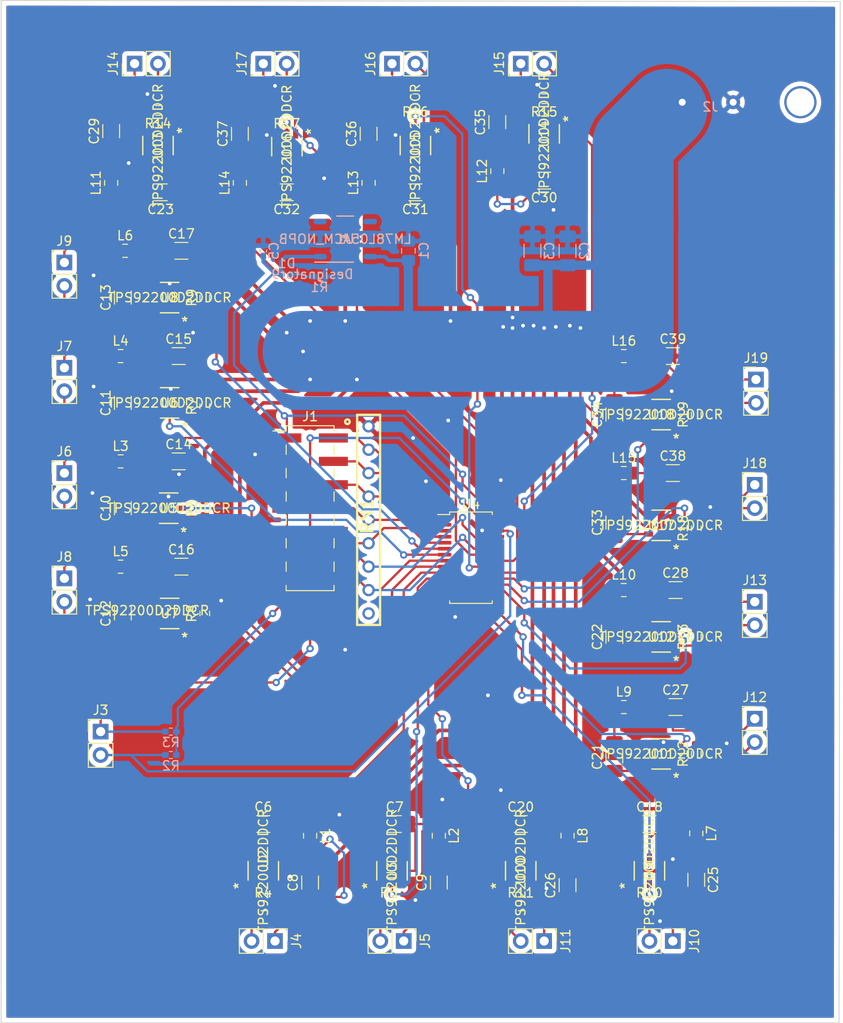
<source format=kicad_pcb>
(kicad_pcb (version 20171130) (host pcbnew "(5.1.9)-1")
  (layers (0 F.Cu signal) (31 B.Cu signal) (34 B.Paste user) (35 F.Paste user) (36 B.SilkS user) (37 F.SilkS user) (38 B.Mask user) (39 F.Mask user) (44 Edge.Cuts user))
  (net 0 "")
  (net 1 GND)
  (net 2 5V)
  (net 3 24V)
  (net 4 "Net-(D1-Pad1)")
  (net 5 A0)
  (net 6 A1)
  (net 7 A2)
  (net 8 A3)
  (net 9 A4)
  (net 10 A5)
  (net 11 OE)
  (net 12 SCL)
  (net 13 SDA)
  (net 14 PWM1)
  (net 15 "Net-(C11-Pad2)")
  (net 16 "Net-(C11-Pad1)")
  (net 17 "Net-(C12-Pad2)")
  (net 18 "Net-(C12-Pad1)")
  (net 19 "Net-(C13-Pad2)")
  (net 20 "Net-(C13-Pad1)")
  (net 21 PWM3)
  (net 22 PWM2)
  (net 23 PWM0)
  (net 24 p_LED0)
  (net 25 p_LED2)
  (net 26 p_LED1)
  (net 27 p_LED3)
  (net 28 n_LED0)
  (net 29 n_LED2)
  (net 30 n_LED1)
  (net 31 n_LED3)
  (net 32 "Net-(C22-Pad2)")
  (net 33 "Net-(C22-Pad1)")
  (net 34 "Net-(C23-Pad2)")
  (net 35 "Net-(C23-Pad1)")
  (net 36 p_LED4)
  (net 37 p_LED5)
  (net 38 n_LED4)
  (net 39 n_LED5)
  (net 40 PWM4)
  (net 41 PWM5)
  (net 42 p_LED15)
  (net 43 p_LED7)
  (net 44 p_LED6)
  (net 45 p_LED8)
  (net 46 p_LED9)
  (net 47 p_LED12)
  (net 48 p_LED13)
  (net 49 p_LED14)
  (net 50 p_LED10)
  (net 51 p_LED11)
  (net 52 n_LED15)
  (net 53 n_LED7)
  (net 54 n_LED6)
  (net 55 n_LED8)
  (net 56 n_LED9)
  (net 57 n_LED12)
  (net 58 n_LED13)
  (net 59 n_LED14)
  (net 60 n_LED10)
  (net 61 n_LED11)
  (net 62 PWM15)
  (net 63 PWM7)
  (net 64 PWM6)
  (net 65 PWM9)
  (net 66 PWM12)
  (net 67 PWM13)
  (net 68 PWM14)
  (net 69 PWM10)
  (net 70 PWM11)
  (net 71 "Net-(RN1-Pad9)")
  (net 72 PWM8)
  (net 73 "Net-(C6-Pad1)")
  (net 74 "Net-(C6-Pad2)")
  (net 75 "Net-(C7-Pad1)")
  (net 76 "Net-(C7-Pad2)")
  (net 77 "Net-(C10-Pad1)")
  (net 78 "Net-(C10-Pad2)")
  (net 79 "Net-(C18-Pad2)")
  (net 80 "Net-(C18-Pad1)")
  (net 81 "Net-(C20-Pad2)")
  (net 82 "Net-(C20-Pad1)")
  (net 83 "Net-(C21-Pad2)")
  (net 84 "Net-(C21-Pad1)")
  (net 85 "Net-(C30-Pad2)")
  (net 86 "Net-(C30-Pad1)")
  (net 87 "Net-(C31-Pad2)")
  (net 88 "Net-(C31-Pad1)")
  (net 89 "Net-(C32-Pad2)")
  (net 90 "Net-(C32-Pad1)")
  (net 91 "Net-(C33-Pad2)")
  (net 92 "Net-(C33-Pad1)")
  (net 93 "Net-(C34-Pad2)")
  (net 94 "Net-(C34-Pad1)")
  (net 95 "Net-(U1-Pad5)")
  (net 96 "Net-(U1-Pad4)")
  (module SamacSys_Parts:Molex_26013114 (layer B.Cu) (at 107.696 51.689 180)
    (fp_text reference J2 (at 0 -0.5) (layer B.SilkS) (effects (justify mirror)))
    (fp_text value Conn_01x02_Male)
    (pad "" thru_hole circle (at -9.779 0 180) (size 3.5 3.5) (drill 3) (layers *.Cu *.Mask))
    (pad 2 thru_hole circle (at -2.4765 0 180) (size 1.524 1.524) (drill 0.762) (layers *.Cu *.Mask) (net 1 GND))
    (pad 1 thru_hole circle (at 3.048 0 180) (size 1.524 1.524) (drill 0.762) (layers *.Cu *.Mask) (net 3 24V))
  )
  (module LED_SMD:LED_0402_1005Metric_Pad0.77x0.64mm_HandSolder (layer B.Cu) (at 61.722 70.358 180)
    (fp_text reference D1 (at 0 1.17) (layer B.SilkS) (effects (justify mirror)))
    (fp_text value LED)
    (pad 2 smd roundrect (at 0.5725 0 180) (size 0.765 0.64) (layers B.Cu B.Paste B.Mask) (net 2 5V))
    (pad 1 smd roundrect (at -0.5725 0 180) (size 0.765 0.64) (layers B.Cu B.Paste B.Mask) (net 4 "Net-(D1-Pad1)"))
  )
  (module TPS92200:TPS92200D2DDCR (layer F.Cu) (at 59.182 135.128 90)
    (fp_text reference U2 (at 1.27 0 90) (layer F.SilkS))
    (fp_text value TPS92200D2DDCR (at 0 0 90) (layer F.SilkS))
    (fp_text user * (at -1.62915 -2.651 90) (layer F.SilkS))
    (fp_text user * (at -1.62915 -2.651 90) (layer F.SilkS))
    (pad 1 smd rect (at -1.375151 -0.950001 90) (size 0.997699 0.558) (layers F.Cu F.Paste F.Mask) (net 38 n_LED4))
    (pad 2 smd rect (at -1.375151 0 90) (size 0.997699 0.558) (layers F.Cu F.Paste F.Mask) (net 40 PWM4))
    (pad 3 smd rect (at -1.375151 0.950001 90) (size 0.997699 0.558) (layers F.Cu F.Paste F.Mask) (net 1 GND))
    (pad 4 smd rect (at 1.375151 0.950001 90) (size 0.997699 0.558) (layers F.Cu F.Paste F.Mask) (net 3 24V))
    (pad 5 smd rect (at 1.375151 0 90) (size 0.997699 0.558) (layers F.Cu F.Paste F.Mask) (net 74 "Net-(C6-Pad2)"))
    (pad 6 smd rect (at 1.375151 -0.950001 90) (size 0.997699 0.558) (layers F.Cu F.Paste F.Mask) (net 73 "Net-(C6-Pad1)"))
  )
  (module TPS92200:TPS92200D2DDCR (layer F.Cu) (at 49.022 72.898 180)
    (fp_text reference U8 (at 0 0) (layer F.SilkS))
    (fp_text value TPS92200D2DDCR (at 0 0) (layer F.SilkS))
    (fp_text user * (at -1.62915 -2.651) (layer F.SilkS))
    (fp_text user * (at -1.62915 -2.651) (layer F.SilkS))
    (pad 1 smd rect (at -1.375151 -0.950001 180) (size 0.997699 0.558) (layers F.Cu F.Paste F.Mask) (net 28 n_LED0))
    (pad 2 smd rect (at -1.375151 0 180) (size 0.997699 0.558) (layers F.Cu F.Paste F.Mask) (net 23 PWM0))
    (pad 3 smd rect (at -1.375151 0.950001 180) (size 0.997699 0.558) (layers F.Cu F.Paste F.Mask) (net 1 GND))
    (pad 4 smd rect (at 1.375151 0.950001 180) (size 0.997699 0.558) (layers F.Cu F.Paste F.Mask) (net 3 24V))
    (pad 5 smd rect (at 1.375151 0 180) (size 0.997699 0.558) (layers F.Cu F.Paste F.Mask) (net 19 "Net-(C13-Pad2)"))
    (pad 6 smd rect (at 1.375151 -0.950001 180) (size 0.997699 0.558) (layers F.Cu F.Paste F.Mask) (net 20 "Net-(C13-Pad1)"))
  )
  (module footprints:LM78L05ACM&slash_NOPB (layer B.Cu) (at 68.072 66.548)
    (fp_text reference U1 (at 0 0) (layer B.SilkS) (effects (justify mirror)))
    (fp_text value LM78L05ACM_NOPB (at 0 0) (layer B.SilkS) (effects (justify mirror)))
    (fp_text user Designator9 (at -3.556 3.81) (layer B.SilkS) (effects (justify mirror)))
    (fp_text user * (at 0 0) (layer B.SilkS) (effects (justify mirror)))
    (pad 8 smd oval (at 2.724998 1.905 270) (size 0.599999 1.45) (layers B.Cu B.Paste B.Mask) (net 3 24V))
    (pad 7 smd oval (at 2.724998 0.635 270) (size 0.599999 1.45) (layers B.Cu B.Paste B.Mask) (net 1 GND))
    (pad 6 smd oval (at 2.724998 -0.635 270) (size 0.599999 1.45) (layers B.Cu B.Paste B.Mask) (net 1 GND))
    (pad 5 smd oval (at 2.724998 -1.905 270) (size 0.599999 1.45) (layers B.Cu B.Paste B.Mask) (net 95 "Net-(U1-Pad5)"))
    (pad 4 smd oval (at -2.725001 -1.905 270) (size 0.599999 1.45) (layers B.Cu B.Paste B.Mask) (net 96 "Net-(U1-Pad4)"))
    (pad 3 smd oval (at -2.725001 -0.635 270) (size 0.599999 1.45) (layers B.Cu B.Paste B.Mask) (net 1 GND))
    (pad 2 smd oval (at -2.725001 0.635 270) (size 0.599999 1.45) (layers B.Cu B.Paste B.Mask) (net 1 GND))
    (pad 1 smd oval (at -2.725001 1.905 270) (size 0.599999 1.45) (layers B.Cu B.Paste B.Mask) (net 2 5V))
  )
  (module Connector_PinHeader_2.54mm:PinHeader_2x07_P2.54mm_Vertical_SMD (layer F.Cu) (at 64.262 95.758)
    (fp_text reference J1 (at 0 -9.95) (layer F.SilkS))
    (fp_text value Conn_02x07_Odd_Even)
    (pad 14 smd rect (at 2.525 7.62) (size 3.15 1) (layers F.Cu F.Paste F.Mask) (net 11 OE))
    (pad 13 smd rect (at -2.525 7.62) (size 3.15 1) (layers F.Cu F.Paste F.Mask) (net 2 5V))
    (pad 12 smd rect (at 2.525 5.08) (size 3.15 1) (layers F.Cu F.Paste F.Mask) (net 10 A5))
    (pad 11 smd rect (at -2.525 5.08) (size 3.15 1) (layers F.Cu F.Paste F.Mask) (net 2 5V))
    (pad 10 smd rect (at 2.525 2.54) (size 3.15 1) (layers F.Cu F.Paste F.Mask) (net 9 A4))
    (pad 9 smd rect (at -2.525 2.54) (size 3.15 1) (layers F.Cu F.Paste F.Mask) (net 2 5V))
    (pad 8 smd rect (at 2.525 0) (size 3.15 1) (layers F.Cu F.Paste F.Mask) (net 8 A3))
    (pad 7 smd rect (at -2.525 0) (size 3.15 1) (layers F.Cu F.Paste F.Mask) (net 2 5V))
    (pad 6 smd rect (at 2.525 -2.54) (size 3.15 1) (layers F.Cu F.Paste F.Mask) (net 7 A2))
    (pad 5 smd rect (at -2.525 -2.54) (size 3.15 1) (layers F.Cu F.Paste F.Mask) (net 2 5V))
    (pad 4 smd rect (at 2.525 -5.08) (size 3.15 1) (layers F.Cu F.Paste F.Mask) (net 6 A1))
    (pad 3 smd rect (at -2.525 -5.08) (size 3.15 1) (layers F.Cu F.Paste F.Mask) (net 2 5V))
    (pad 2 smd rect (at 2.525 -7.62) (size 3.15 1) (layers F.Cu F.Paste F.Mask) (net 5 A0))
    (pad 1 smd rect (at -2.525 -7.62) (size 3.15 1) (layers F.Cu F.Paste F.Mask) (net 2 5V))
  )
  (module SamacSys_Parts:4609X (layer F.Cu) (at 70.612 97.028 270)
    (fp_text reference RN1 (at -0.40567 0.16433 90) (layer F.SilkS) (effects (font (size 1.27 1.27) (thickness 0.254))))
    (fp_text value 4609M-101-103LF hide)
    (pad 9 thru_hole circle (at 10.16 0 270) (size 1.34 1.34) (drill 0.84) (layers *.Cu *.Mask) (net 71 "Net-(RN1-Pad9)"))
    (pad 8 thru_hole circle (at 7.62 0 270) (size 1.34 1.34) (drill 0.84) (layers *.Cu *.Mask) (net 11 OE))
    (pad 7 thru_hole circle (at 5.08 0 270) (size 1.34 1.34) (drill 0.84) (layers *.Cu *.Mask) (net 10 A5))
    (pad 6 thru_hole circle (at 2.54 0 270) (size 1.34 1.34) (drill 0.84) (layers *.Cu *.Mask) (net 9 A4))
    (pad 5 thru_hole circle (at 0 0 270) (size 1.34 1.34) (drill 0.84) (layers *.Cu *.Mask) (net 8 A3))
    (pad 4 thru_hole circle (at -2.54 0 270) (size 1.34 1.34) (drill 0.84) (layers *.Cu *.Mask) (net 7 A2))
    (pad 3 thru_hole circle (at -5.08 0 270) (size 1.34 1.34) (drill 0.84) (layers *.Cu *.Mask) (net 6 A1))
    (pad 2 thru_hole circle (at -7.62 0 270) (size 1.34 1.34) (drill 0.84) (layers *.Cu *.Mask) (net 5 A0))
    (pad 1 thru_hole circle (at -10.16 0 270) (size 1.34 1.34) (drill 0.84) (layers *.Cu *.Mask) (net 1 GND))
  )
  (module Connector_PinHeader_2.54mm:PinHeader_1x02_P2.54mm_Vertical (layer F.Cu) (at 112.649 81.788)
    (fp_text reference J19 (at 0 -2.33) (layer F.SilkS))
    (fp_text value Conn_01x02_Male)
    (pad 1 thru_hole rect (at 0 0) (size 1.7 1.7) (drill 1) (layers *.Cu *.Mask) (net 51 p_LED11))
    (pad 2 thru_hole oval (at 0 2.54) (size 1.7 1.7) (drill 1) (layers *.Cu *.Mask) (net 61 n_LED11))
  )
  (module Connector_PinHeader_2.54mm:PinHeader_1x02_P2.54mm_Vertical (layer F.Cu) (at 112.522 93.218)
    (fp_text reference J18 (at 0 -2.33) (layer F.SilkS))
    (fp_text value Conn_01x02_Male)
    (pad 2 thru_hole oval (at 0 2.54) (size 1.7 1.7) (drill 1) (layers *.Cu *.Mask) (net 60 n_LED10))
    (pad 1 thru_hole rect (at 0 0) (size 1.7 1.7) (drill 1) (layers *.Cu *.Mask) (net 50 p_LED10))
  )
  (module Connector_PinHeader_2.54mm:PinHeader_1x02_P2.54mm_Vertical (layer F.Cu) (at 59.182 47.498 90)
    (fp_text reference J17 (at 0 -2.33 90) (layer F.SilkS))
    (fp_text value Conn_01x02_Male)
    (pad 2 thru_hole oval (at 0 2.54 90) (size 1.7 1.7) (drill 1) (layers *.Cu *.Mask) (net 59 n_LED14))
    (pad 1 thru_hole rect (at 0 0 90) (size 1.7 1.7) (drill 1) (layers *.Cu *.Mask) (net 49 p_LED14))
  )
  (module Connector_PinHeader_2.54mm:PinHeader_1x02_P2.54mm_Vertical (layer F.Cu) (at 73.152 47.498 90)
    (fp_text reference J16 (at 0 -2.33 90) (layer F.SilkS))
    (fp_text value Conn_01x02_Male)
    (pad 2 thru_hole oval (at 0 2.54 90) (size 1.7 1.7) (drill 1) (layers *.Cu *.Mask) (net 58 n_LED13))
    (pad 1 thru_hole rect (at 0 0 90) (size 1.7 1.7) (drill 1) (layers *.Cu *.Mask) (net 48 p_LED13))
  )
  (module Connector_PinHeader_2.54mm:PinHeader_1x02_P2.54mm_Vertical (layer F.Cu) (at 87.122 47.498 90)
    (fp_text reference J15 (at 0 -2.33 90) (layer F.SilkS))
    (fp_text value Conn_01x02_Male)
    (pad 2 thru_hole oval (at 0 2.54 90) (size 1.7 1.7) (drill 1) (layers *.Cu *.Mask) (net 57 n_LED12))
    (pad 1 thru_hole rect (at 0 0 90) (size 1.7 1.7) (drill 1) (layers *.Cu *.Mask) (net 47 p_LED12))
  )
  (module Connector_PinHeader_2.54mm:PinHeader_1x02_P2.54mm_Vertical (layer F.Cu) (at 45.212 47.498 90)
    (fp_text reference J14 (at 0 -2.33 90) (layer F.SilkS))
    (fp_text value Conn_01x02_Male)
    (pad 1 thru_hole rect (at 0 0 90) (size 1.7 1.7) (drill 1) (layers *.Cu *.Mask) (net 42 p_LED15))
    (pad 2 thru_hole oval (at 0 2.54 90) (size 1.7 1.7) (drill 1) (layers *.Cu *.Mask) (net 52 n_LED15))
  )
  (module Connector_PinHeader_2.54mm:PinHeader_1x02_P2.54mm_Vertical (layer F.Cu) (at 112.522 105.918)
    (fp_text reference J13 (at 0 -2.33) (layer F.SilkS))
    (fp_text value Conn_01x02_Male)
    (pad 2 thru_hole oval (at 0 2.54) (size 1.7 1.7) (drill 1) (layers *.Cu *.Mask) (net 56 n_LED9))
    (pad 1 thru_hole rect (at 0 0) (size 1.7 1.7) (drill 1) (layers *.Cu *.Mask) (net 46 p_LED9))
  )
  (module Connector_PinHeader_2.54mm:PinHeader_1x02_P2.54mm_Vertical (layer F.Cu) (at 112.522 118.618)
    (fp_text reference J12 (at 0 -2.33) (layer F.SilkS))
    (fp_text value Conn_01x02_Male)
    (pad 2 thru_hole oval (at 0 2.54) (size 1.7 1.7) (drill 1) (layers *.Cu *.Mask) (net 55 n_LED8))
    (pad 1 thru_hole rect (at 0 0) (size 1.7 1.7) (drill 1) (layers *.Cu *.Mask) (net 45 p_LED8))
  )
  (module Connector_PinHeader_2.54mm:PinHeader_1x02_P2.54mm_Vertical (layer F.Cu) (at 89.662 142.748 270)
    (fp_text reference J11 (at 0 -2.33 90) (layer F.SilkS))
    (fp_text value Conn_01x02_Male)
    (pad 2 thru_hole oval (at 0 2.54 270) (size 1.7 1.7) (drill 1) (layers *.Cu *.Mask) (net 54 n_LED6))
    (pad 1 thru_hole rect (at 0 0 270) (size 1.7 1.7) (drill 1) (layers *.Cu *.Mask) (net 44 p_LED6))
  )
  (module Connector_PinHeader_2.54mm:PinHeader_1x02_P2.54mm_Vertical (layer F.Cu) (at 103.632 142.748 270)
    (fp_text reference J10 (at 0 -2.33 90) (layer F.SilkS))
    (fp_text value Conn_01x02_Male)
    (pad 2 thru_hole oval (at 0 2.54 270) (size 1.7 1.7) (drill 1) (layers *.Cu *.Mask) (net 53 n_LED7))
    (pad 1 thru_hole rect (at 0 0 270) (size 1.7 1.7) (drill 1) (layers *.Cu *.Mask) (net 43 p_LED7))
  )
  (module Connector_PinHeader_2.54mm:PinHeader_1x02_P2.54mm_Vertical (layer F.Cu) (at 74.422 142.748 270)
    (fp_text reference J5 (at 0 -2.33 90) (layer F.SilkS))
    (fp_text value Conn_01x02_Male)
    (pad 2 thru_hole oval (at 0 2.54 270) (size 1.7 1.7) (drill 1) (layers *.Cu *.Mask) (net 39 n_LED5))
    (pad 1 thru_hole rect (at 0 0 270) (size 1.7 1.7) (drill 1) (layers *.Cu *.Mask) (net 37 p_LED5))
  )
  (module Connector_PinHeader_2.54mm:PinHeader_1x02_P2.54mm_Vertical (layer F.Cu) (at 37.592 103.378)
    (fp_text reference J8 (at 0 -2.33) (layer F.SilkS))
    (fp_text value Conn_01x02_Male)
    (pad 2 thru_hole oval (at 0 2.54) (size 1.7 1.7) (drill 1) (layers *.Cu *.Mask) (net 31 n_LED3))
    (pad 1 thru_hole rect (at 0 0) (size 1.7 1.7) (drill 1) (layers *.Cu *.Mask) (net 27 p_LED3))
  )
  (module Connector_PinHeader_2.54mm:PinHeader_1x02_P2.54mm_Vertical (layer F.Cu) (at 37.592 80.518)
    (fp_text reference J7 (at 0 -2.33) (layer F.SilkS))
    (fp_text value Conn_01x02_Male)
    (pad 2 thru_hole oval (at 0 2.54) (size 1.7 1.7) (drill 1) (layers *.Cu *.Mask) (net 30 n_LED1))
    (pad 1 thru_hole rect (at 0 0) (size 1.7 1.7) (drill 1) (layers *.Cu *.Mask) (net 26 p_LED1))
  )
  (module Connector_PinHeader_2.54mm:PinHeader_1x02_P2.54mm_Vertical (layer F.Cu) (at 37.592 91.948)
    (fp_text reference J6 (at 0 -2.33) (layer F.SilkS))
    (fp_text value Conn_01x02_Male)
    (pad 2 thru_hole oval (at 0 2.54) (size 1.7 1.7) (drill 1) (layers *.Cu *.Mask) (net 29 n_LED2))
    (pad 1 thru_hole rect (at 0 0) (size 1.7 1.7) (drill 1) (layers *.Cu *.Mask) (net 25 p_LED2))
  )
  (module Connector_PinHeader_2.54mm:PinHeader_1x02_P2.54mm_Vertical (layer F.Cu) (at 37.592 69.088)
    (fp_text reference J9 (at 0 -2.33) (layer F.SilkS))
    (fp_text value Conn_01x02_Male)
    (pad 2 thru_hole oval (at 0 2.54) (size 1.7 1.7) (drill 1) (layers *.Cu *.Mask) (net 28 n_LED0))
    (pad 1 thru_hole rect (at 0 0) (size 1.7 1.7) (drill 1) (layers *.Cu *.Mask) (net 24 p_LED0))
  )
  (module Connector_PinHeader_2.54mm:PinHeader_1x02_P2.54mm_Vertical (layer F.Cu) (at 60.452 142.748 270)
    (fp_text reference J4 (at 0 -2.33 90) (layer F.SilkS))
    (fp_text value Conn_01x02_Male)
    (pad 2 thru_hole oval (at 0 2.54 270) (size 1.7 1.7) (drill 1) (layers *.Cu *.Mask) (net 38 n_LED4))
    (pad 1 thru_hole rect (at 0 0 270) (size 1.7 1.7) (drill 1) (layers *.Cu *.Mask) (net 36 p_LED4))
  )
  (module TPS92200:TPS92200D2DDCR (layer F.Cu) (at 102.362 85.598 180)
    (fp_text reference U18 (at 0 0) (layer F.SilkS))
    (fp_text value TPS92200D2DDCR (at 0 0) (layer F.SilkS))
    (fp_text user * (at -1.62915 -2.651) (layer F.SilkS))
    (fp_text user * (at -1.62915 -2.651) (layer F.SilkS))
    (pad 6 smd rect (at 1.375151 -0.950001 180) (size 0.997699 0.558) (layers F.Cu F.Paste F.Mask) (net 94 "Net-(C34-Pad1)"))
    (pad 5 smd rect (at 1.375151 0 180) (size 0.997699 0.558) (layers F.Cu F.Paste F.Mask) (net 93 "Net-(C34-Pad2)"))
    (pad 4 smd rect (at 1.375151 0.950001 180) (size 0.997699 0.558) (layers F.Cu F.Paste F.Mask) (net 3 24V))
    (pad 3 smd rect (at -1.375151 0.950001 180) (size 0.997699 0.558) (layers F.Cu F.Paste F.Mask) (net 1 GND))
    (pad 2 smd rect (at -1.375151 0 180) (size 0.997699 0.558) (layers F.Cu F.Paste F.Mask) (net 70 PWM11))
    (pad 1 smd rect (at -1.375151 -0.950001 180) (size 0.997699 0.558) (layers F.Cu F.Paste F.Mask) (net 61 n_LED11))
  )
  (module TPS92200:TPS92200D2DDCR (layer F.Cu) (at 102.362 97.6188 180)
    (fp_text reference U17 (at 0 0) (layer F.SilkS))
    (fp_text value TPS92200D2DDCR (at 0 0) (layer F.SilkS))
    (fp_text user * (at -1.62915 -2.651) (layer F.SilkS))
    (fp_text user * (at -1.62915 -2.651) (layer F.SilkS))
    (pad 6 smd rect (at 1.375151 -0.950001 180) (size 0.997699 0.558) (layers F.Cu F.Paste F.Mask) (net 92 "Net-(C33-Pad1)"))
    (pad 5 smd rect (at 1.375151 0 180) (size 0.997699 0.558) (layers F.Cu F.Paste F.Mask) (net 91 "Net-(C33-Pad2)"))
    (pad 4 smd rect (at 1.375151 0.950001 180) (size 0.997699 0.558) (layers F.Cu F.Paste F.Mask) (net 3 24V))
    (pad 3 smd rect (at -1.375151 0.950001 180) (size 0.997699 0.558) (layers F.Cu F.Paste F.Mask) (net 1 GND))
    (pad 2 smd rect (at -1.375151 0 180) (size 0.997699 0.558) (layers F.Cu F.Paste F.Mask) (net 69 PWM10))
    (pad 1 smd rect (at -1.375151 -0.950001 180) (size 0.997699 0.558) (layers F.Cu F.Paste F.Mask) (net 60 n_LED10))
  )
  (module TPS92200:TPS92200D2DDCR (layer F.Cu) (at 61.7428 56.507199 270)
    (fp_text reference U16 (at 0 0 90) (layer F.SilkS))
    (fp_text value TPS92200D2DDCR (at 0 0 90) (layer F.SilkS))
    (fp_text user * (at -1.62915 -2.651 90) (layer F.SilkS))
    (fp_text user * (at -1.62915 -2.651 90) (layer F.SilkS))
    (pad 6 smd rect (at 1.375151 -0.950001 270) (size 0.997699 0.558) (layers F.Cu F.Paste F.Mask) (net 90 "Net-(C32-Pad1)"))
    (pad 5 smd rect (at 1.375151 0 270) (size 0.997699 0.558) (layers F.Cu F.Paste F.Mask) (net 89 "Net-(C32-Pad2)"))
    (pad 4 smd rect (at 1.375151 0.950001 270) (size 0.997699 0.558) (layers F.Cu F.Paste F.Mask) (net 3 24V))
    (pad 3 smd rect (at -1.375151 0.950001 270) (size 0.997699 0.558) (layers F.Cu F.Paste F.Mask) (net 1 GND))
    (pad 2 smd rect (at -1.375151 0 270) (size 0.997699 0.558) (layers F.Cu F.Paste F.Mask) (net 68 PWM14))
    (pad 1 smd rect (at -1.375151 -0.950001 270) (size 0.997699 0.558) (layers F.Cu F.Paste F.Mask) (net 59 n_LED14))
  )
  (module TPS92200:TPS92200D2DDCR (layer F.Cu) (at 75.692 56.388 270)
    (fp_text reference U15 (at 0 0 90) (layer F.SilkS))
    (fp_text value TPS92200D2DDCR (at 0 0 90) (layer F.SilkS))
    (fp_text user * (at -1.62915 -2.651 90) (layer F.SilkS))
    (fp_text user * (at -1.62915 -2.651 90) (layer F.SilkS))
    (pad 6 smd rect (at 1.375151 -0.950001 270) (size 0.997699 0.558) (layers F.Cu F.Paste F.Mask) (net 88 "Net-(C31-Pad1)"))
    (pad 5 smd rect (at 1.375151 0 270) (size 0.997699 0.558) (layers F.Cu F.Paste F.Mask) (net 87 "Net-(C31-Pad2)"))
    (pad 4 smd rect (at 1.375151 0.950001 270) (size 0.997699 0.558) (layers F.Cu F.Paste F.Mask) (net 3 24V))
    (pad 3 smd rect (at -1.375151 0.950001 270) (size 0.997699 0.558) (layers F.Cu F.Paste F.Mask) (net 1 GND))
    (pad 2 smd rect (at -1.375151 0 270) (size 0.997699 0.558) (layers F.Cu F.Paste F.Mask) (net 67 PWM13))
    (pad 1 smd rect (at -1.375151 -0.950001 270) (size 0.997699 0.558) (layers F.Cu F.Paste F.Mask) (net 58 n_LED13))
  )
  (module TPS92200:TPS92200D2DDCR (layer F.Cu) (at 89.662 55.118 270)
    (fp_text reference U14 (at 0 0 90) (layer F.SilkS))
    (fp_text value TPS92200D2DDCR (at 0 0 90) (layer F.SilkS))
    (fp_text user * (at -1.62915 -2.651 90) (layer F.SilkS))
    (fp_text user * (at -1.62915 -2.651 90) (layer F.SilkS))
    (pad 6 smd rect (at 1.375151 -0.950001 270) (size 0.997699 0.558) (layers F.Cu F.Paste F.Mask) (net 86 "Net-(C30-Pad1)"))
    (pad 5 smd rect (at 1.375151 0 270) (size 0.997699 0.558) (layers F.Cu F.Paste F.Mask) (net 85 "Net-(C30-Pad2)"))
    (pad 4 smd rect (at 1.375151 0.950001 270) (size 0.997699 0.558) (layers F.Cu F.Paste F.Mask) (net 3 24V))
    (pad 3 smd rect (at -1.375151 0.950001 270) (size 0.997699 0.558) (layers F.Cu F.Paste F.Mask) (net 1 GND))
    (pad 2 smd rect (at -1.375151 0 270) (size 0.997699 0.558) (layers F.Cu F.Paste F.Mask) (net 66 PWM12))
    (pad 1 smd rect (at -1.375151 -0.950001 270) (size 0.997699 0.558) (layers F.Cu F.Paste F.Mask) (net 57 n_LED12))
  )
  (module TPS92200:TPS92200D2DDCR (layer F.Cu) (at 47.752 56.388 270)
    (fp_text reference U13 (at 0 0 90) (layer F.SilkS))
    (fp_text value TPS92200D2DDCR (at 0 0 90) (layer F.SilkS))
    (fp_text user * (at -1.62915 -2.651 90) (layer F.SilkS))
    (fp_text user * (at -1.62915 -2.651 90) (layer F.SilkS))
    (pad 1 smd rect (at -1.375151 -0.950001 270) (size 0.997699 0.558) (layers F.Cu F.Paste F.Mask) (net 52 n_LED15))
    (pad 2 smd rect (at -1.375151 0 270) (size 0.997699 0.558) (layers F.Cu F.Paste F.Mask) (net 62 PWM15))
    (pad 3 smd rect (at -1.375151 0.950001 270) (size 0.997699 0.558) (layers F.Cu F.Paste F.Mask) (net 1 GND))
    (pad 4 smd rect (at 1.375151 0.950001 270) (size 0.997699 0.558) (layers F.Cu F.Paste F.Mask) (net 3 24V))
    (pad 5 smd rect (at 1.375151 0 270) (size 0.997699 0.558) (layers F.Cu F.Paste F.Mask) (net 34 "Net-(C23-Pad2)"))
    (pad 6 smd rect (at 1.375151 -0.950001 270) (size 0.997699 0.558) (layers F.Cu F.Paste F.Mask) (net 35 "Net-(C23-Pad1)"))
  )
  (module TPS92200:TPS92200D2DDCR (layer F.Cu) (at 102.362 109.728 180)
    (fp_text reference U12 (at 0 0) (layer F.SilkS))
    (fp_text value TPS92200D2DDCR (at 0 0) (layer F.SilkS))
    (fp_text user * (at -1.62915 -2.651) (layer F.SilkS))
    (fp_text user * (at -1.62915 -2.651) (layer F.SilkS))
    (pad 6 smd rect (at 1.375151 -0.950001 180) (size 0.997699 0.558) (layers F.Cu F.Paste F.Mask) (net 33 "Net-(C22-Pad1)"))
    (pad 5 smd rect (at 1.375151 0 180) (size 0.997699 0.558) (layers F.Cu F.Paste F.Mask) (net 32 "Net-(C22-Pad2)"))
    (pad 4 smd rect (at 1.375151 0.950001 180) (size 0.997699 0.558) (layers F.Cu F.Paste F.Mask) (net 3 24V))
    (pad 3 smd rect (at -1.375151 0.950001 180) (size 0.997699 0.558) (layers F.Cu F.Paste F.Mask) (net 1 GND))
    (pad 2 smd rect (at -1.375151 0 180) (size 0.997699 0.558) (layers F.Cu F.Paste F.Mask) (net 65 PWM9))
    (pad 1 smd rect (at -1.375151 -0.950001 180) (size 0.997699 0.558) (layers F.Cu F.Paste F.Mask) (net 56 n_LED9))
  )
  (module TPS92200:TPS92200D2DDCR (layer F.Cu) (at 102.362 122.428 180)
    (fp_text reference U11 (at 0 0) (layer F.SilkS))
    (fp_text value TPS92200D2DDCR (at 0 0) (layer F.SilkS))
    (fp_text user * (at -1.62915 -2.651) (layer F.SilkS))
    (fp_text user * (at -1.62915 -2.651) (layer F.SilkS))
    (pad 6 smd rect (at 1.375151 -0.950001 180) (size 0.997699 0.558) (layers F.Cu F.Paste F.Mask) (net 84 "Net-(C21-Pad1)"))
    (pad 5 smd rect (at 1.375151 0 180) (size 0.997699 0.558) (layers F.Cu F.Paste F.Mask) (net 83 "Net-(C21-Pad2)"))
    (pad 4 smd rect (at 1.375151 0.950001 180) (size 0.997699 0.558) (layers F.Cu F.Paste F.Mask) (net 3 24V))
    (pad 3 smd rect (at -1.375151 0.950001 180) (size 0.997699 0.558) (layers F.Cu F.Paste F.Mask) (net 1 GND))
    (pad 2 smd rect (at -1.375151 0 180) (size 0.997699 0.558) (layers F.Cu F.Paste F.Mask) (net 72 PWM8))
    (pad 1 smd rect (at -1.375151 -0.950001 180) (size 0.997699 0.558) (layers F.Cu F.Paste F.Mask) (net 55 n_LED8))
  )
  (module TPS92200:TPS92200D2DDCR (layer F.Cu) (at 87.122 135.128 90)
    (fp_text reference U10 (at 0 0 90) (layer F.SilkS))
    (fp_text value TPS92200D2DDCR (at 0 0 90) (layer F.SilkS))
    (fp_text user * (at -1.62915 -2.651 90) (layer F.SilkS))
    (fp_text user * (at -1.62915 -2.651 90) (layer F.SilkS))
    (pad 6 smd rect (at 1.375151 -0.950001 90) (size 0.997699 0.558) (layers F.Cu F.Paste F.Mask) (net 82 "Net-(C20-Pad1)"))
    (pad 5 smd rect (at 1.375151 0 90) (size 0.997699 0.558) (layers F.Cu F.Paste F.Mask) (net 81 "Net-(C20-Pad2)"))
    (pad 4 smd rect (at 1.375151 0.950001 90) (size 0.997699 0.558) (layers F.Cu F.Paste F.Mask) (net 3 24V))
    (pad 3 smd rect (at -1.375151 0.950001 90) (size 0.997699 0.558) (layers F.Cu F.Paste F.Mask) (net 1 GND))
    (pad 2 smd rect (at -1.375151 0 90) (size 0.997699 0.558) (layers F.Cu F.Paste F.Mask) (net 64 PWM6))
    (pad 1 smd rect (at -1.375151 -0.950001 90) (size 0.997699 0.558) (layers F.Cu F.Paste F.Mask) (net 54 n_LED6))
  )
  (module TPS92200:TPS92200D2DDCR (layer F.Cu) (at 101.092 135.128 90)
    (fp_text reference U9 (at 0 0 90) (layer F.SilkS))
    (fp_text value TPS92200D2DDCR (at 0 0 90) (layer F.SilkS))
    (fp_text user * (at -1.62915 -2.651 90) (layer F.SilkS))
    (fp_text user * (at -1.62915 -2.651 90) (layer F.SilkS))
    (pad 6 smd rect (at 1.375151 -0.950001 90) (size 0.997699 0.558) (layers F.Cu F.Paste F.Mask) (net 80 "Net-(C18-Pad1)"))
    (pad 5 smd rect (at 1.375151 0 90) (size 0.997699 0.558) (layers F.Cu F.Paste F.Mask) (net 79 "Net-(C18-Pad2)"))
    (pad 4 smd rect (at 1.375151 0.950001 90) (size 0.997699 0.558) (layers F.Cu F.Paste F.Mask) (net 3 24V))
    (pad 3 smd rect (at -1.375151 0.950001 90) (size 0.997699 0.558) (layers F.Cu F.Paste F.Mask) (net 1 GND))
    (pad 2 smd rect (at -1.375151 0 90) (size 0.997699 0.558) (layers F.Cu F.Paste F.Mask) (net 63 PWM7))
    (pad 1 smd rect (at -1.375151 -0.950001 90) (size 0.997699 0.558) (layers F.Cu F.Paste F.Mask) (net 53 n_LED7))
  )
  (module Resistor_SMD:R_0603_1608Metric_Pad0.98x0.95mm_HandSolder (layer F.Cu) (at 106.172 85.598 90)
    (fp_text reference R19 (at 0 -1.43 90) (layer F.SilkS))
    (fp_text value 130m)
    (pad 2 smd roundrect (at 0.9125 0 90) (size 0.975 0.95) (layers F.Cu F.Paste F.Mask) (net 1 GND))
    (pad 1 smd roundrect (at -0.9125 0 90) (size 0.975 0.95) (layers F.Cu F.Paste F.Mask) (net 61 n_LED11))
  )
  (module Resistor_SMD:R_0603_1608Metric_Pad0.98x0.95mm_HandSolder (layer F.Cu) (at 106.172 97.9405 90)
    (fp_text reference R18 (at 0 -1.43 90) (layer F.SilkS))
    (fp_text value 130m)
    (pad 2 smd roundrect (at 0.9125 0 90) (size 0.975 0.95) (layers F.Cu F.Paste F.Mask) (net 1 GND))
    (pad 1 smd roundrect (at -0.9125 0 90) (size 0.975 0.95) (layers F.Cu F.Paste F.Mask) (net 60 n_LED10))
  )
  (module Resistor_SMD:R_0603_1608Metric_Pad0.98x0.95mm_HandSolder (layer F.Cu) (at 61.722 52.578 180)
    (fp_text reference R17 (at 0 -1.43) (layer F.SilkS))
    (fp_text value 130m)
    (pad 2 smd roundrect (at 0.9125 0 180) (size 0.975 0.95) (layers F.Cu F.Paste F.Mask) (net 1 GND))
    (pad 1 smd roundrect (at -0.9125 0 180) (size 0.975 0.95) (layers F.Cu F.Paste F.Mask) (net 59 n_LED14))
  )
  (module Resistor_SMD:R_0603_1608Metric_Pad0.98x0.95mm_HandSolder (layer F.Cu) (at 75.692 51.308 180)
    (fp_text reference R16 (at 0 -1.43) (layer F.SilkS))
    (fp_text value 130m)
    (pad 2 smd roundrect (at 0.9125 0 180) (size 0.975 0.95) (layers F.Cu F.Paste F.Mask) (net 1 GND))
    (pad 1 smd roundrect (at -0.9125 0 180) (size 0.975 0.95) (layers F.Cu F.Paste F.Mask) (net 58 n_LED13))
  )
  (module Resistor_SMD:R_0603_1608Metric_Pad0.98x0.95mm_HandSolder (layer F.Cu) (at 89.662 51.308 180)
    (fp_text reference R15 (at 0 -1.43) (layer F.SilkS))
    (fp_text value 130m)
    (pad 2 smd roundrect (at 0.9125 0 180) (size 0.975 0.95) (layers F.Cu F.Paste F.Mask) (net 1 GND))
    (pad 1 smd roundrect (at -0.9125 0 180) (size 0.975 0.95) (layers F.Cu F.Paste F.Mask) (net 57 n_LED12))
  )
  (module Resistor_SMD:R_0603_1608Metric_Pad0.98x0.95mm_HandSolder (layer F.Cu) (at 47.752 52.578 180)
    (fp_text reference R14 (at 0 -1.43) (layer F.SilkS))
    (fp_text value 130m)
    (pad 1 smd roundrect (at -0.9125 0 180) (size 0.975 0.95) (layers F.Cu F.Paste F.Mask) (net 52 n_LED15))
    (pad 2 smd roundrect (at 0.9125 0 180) (size 0.975 0.95) (layers F.Cu F.Paste F.Mask) (net 1 GND))
  )
  (module Resistor_SMD:R_0603_1608Metric_Pad0.98x0.95mm_HandSolder (layer F.Cu) (at 106.172 109.728 90)
    (fp_text reference R13 (at 0 -1.43 90) (layer F.SilkS))
    (fp_text value 130m)
    (pad 2 smd roundrect (at 0.9125 0 90) (size 0.975 0.95) (layers F.Cu F.Paste F.Mask) (net 1 GND))
    (pad 1 smd roundrect (at -0.9125 0 90) (size 0.975 0.95) (layers F.Cu F.Paste F.Mask) (net 56 n_LED9))
  )
  (module Resistor_SMD:R_0603_1608Metric_Pad0.98x0.95mm_HandSolder (layer F.Cu) (at 106.172 122.428 90)
    (fp_text reference R12 (at 0 -1.43 90) (layer F.SilkS))
    (fp_text value 130m)
    (pad 2 smd roundrect (at 0.9125 0 90) (size 0.975 0.95) (layers F.Cu F.Paste F.Mask) (net 1 GND))
    (pad 1 smd roundrect (at -0.9125 0 90) (size 0.975 0.95) (layers F.Cu F.Paste F.Mask) (net 55 n_LED8))
  )
  (module Resistor_SMD:R_0603_1608Metric_Pad0.98x0.95mm_HandSolder (layer F.Cu) (at 87.122 138.938)
    (fp_text reference R11 (at 0 -1.43) (layer F.SilkS))
    (fp_text value 130m)
    (pad 2 smd roundrect (at 0.9125 0) (size 0.975 0.95) (layers F.Cu F.Paste F.Mask) (net 1 GND))
    (pad 1 smd roundrect (at -0.9125 0) (size 0.975 0.95) (layers F.Cu F.Paste F.Mask) (net 54 n_LED6))
  )
  (module Resistor_SMD:R_0603_1608Metric_Pad0.98x0.95mm_HandSolder (layer F.Cu) (at 101.092 138.938)
    (fp_text reference R10 (at 0 -1.43) (layer F.SilkS))
    (fp_text value 130m)
    (pad 2 smd roundrect (at 0.9125 0) (size 0.975 0.95) (layers F.Cu F.Paste F.Mask) (net 1 GND))
    (pad 1 smd roundrect (at -0.9125 0) (size 0.975 0.95) (layers F.Cu F.Paste F.Mask) (net 53 n_LED7))
  )
  (module Inductor_SMD:L_0805_2012Metric_Pad1.15x1.40mm_HandSolder (layer F.Cu) (at 98.307 79.248)
    (fp_text reference L16 (at 0 -1.65) (layer F.SilkS))
    (fp_text value 2.2uH)
    (pad 2 smd roundrect (at 1.025 0) (size 1.15 1.4) (layers F.Cu F.Paste F.Mask) (roundrect_rratio 0.217391) (net 51 p_LED11))
    (pad 1 smd roundrect (at -1.025 0) (size 1.15 1.4) (layers F.Cu F.Paste F.Mask) (roundrect_rratio 0.217391) (net 93 "Net-(C34-Pad2)"))
  )
  (module Inductor_SMD:L_0805_2012Metric_Pad1.15x1.40mm_HandSolder (layer F.Cu) (at 98.307 91.948)
    (fp_text reference L15 (at 0 -1.65) (layer F.SilkS))
    (fp_text value 2.2uH)
    (pad 2 smd roundrect (at 1.025 0) (size 1.15 1.4) (layers F.Cu F.Paste F.Mask) (roundrect_rratio 0.217391) (net 50 p_LED10))
    (pad 1 smd roundrect (at -1.025 0) (size 1.15 1.4) (layers F.Cu F.Paste F.Mask) (roundrect_rratio 0.217391) (net 91 "Net-(C33-Pad2)"))
  )
  (module Inductor_SMD:L_0805_2012Metric_Pad1.15x1.40mm_HandSolder (layer F.Cu) (at 56.642 60.443 90)
    (fp_text reference L14 (at 0 -1.65 90) (layer F.SilkS))
    (fp_text value 2.2uH)
    (pad 2 smd roundrect (at 1.025 0 90) (size 1.15 1.4) (layers F.Cu F.Paste F.Mask) (roundrect_rratio 0.217391) (net 49 p_LED14))
    (pad 1 smd roundrect (at -1.025 0 90) (size 1.15 1.4) (layers F.Cu F.Paste F.Mask) (roundrect_rratio 0.217391) (net 89 "Net-(C32-Pad2)"))
  )
  (module Inductor_SMD:L_0805_2012Metric_Pad1.15x1.40mm_HandSolder (layer F.Cu) (at 70.612 60.443 90)
    (fp_text reference L13 (at 0 -1.65 90) (layer F.SilkS))
    (fp_text value 2.2uH)
    (pad 2 smd roundrect (at 1.025 0 90) (size 1.15 1.4) (layers F.Cu F.Paste F.Mask) (roundrect_rratio 0.217391) (net 48 p_LED13))
    (pad 1 smd roundrect (at -1.025 0 90) (size 1.15 1.4) (layers F.Cu F.Paste F.Mask) (roundrect_rratio 0.217391) (net 87 "Net-(C31-Pad2)"))
  )
  (module Inductor_SMD:L_0805_2012Metric_Pad1.15x1.40mm_HandSolder (layer F.Cu) (at 84.582 59.173 90)
    (fp_text reference L12 (at 0 -1.65 90) (layer F.SilkS))
    (fp_text value 2.2uH)
    (pad 2 smd roundrect (at 1.025 0 90) (size 1.15 1.4) (layers F.Cu F.Paste F.Mask) (roundrect_rratio 0.217391) (net 47 p_LED12))
    (pad 1 smd roundrect (at -1.025 0 90) (size 1.15 1.4) (layers F.Cu F.Paste F.Mask) (roundrect_rratio 0.217391) (net 85 "Net-(C30-Pad2)"))
  )
  (module Inductor_SMD:L_0805_2012Metric_Pad1.15x1.40mm_HandSolder (layer F.Cu) (at 42.672 60.443 90)
    (fp_text reference L11 (at 0 -1.65 90) (layer F.SilkS))
    (fp_text value 2.2uH)
    (pad 1 smd roundrect (at -1.025 0 90) (size 1.15 1.4) (layers F.Cu F.Paste F.Mask) (roundrect_rratio 0.217391) (net 34 "Net-(C23-Pad2)"))
    (pad 2 smd roundrect (at 1.025 0 90) (size 1.15 1.4) (layers F.Cu F.Paste F.Mask) (roundrect_rratio 0.217391) (net 42 p_LED15))
  )
  (module Inductor_SMD:L_0805_2012Metric_Pad1.15x1.40mm_HandSolder (layer F.Cu) (at 98.307 104.648)
    (fp_text reference L10 (at 0 -1.65) (layer F.SilkS))
    (fp_text value 2.2uH)
    (pad 2 smd roundrect (at 1.025 0) (size 1.15 1.4) (layers F.Cu F.Paste F.Mask) (roundrect_rratio 0.217391) (net 46 p_LED9))
    (pad 1 smd roundrect (at -1.025 0) (size 1.15 1.4) (layers F.Cu F.Paste F.Mask) (roundrect_rratio 0.217391) (net 32 "Net-(C22-Pad2)"))
  )
  (module Inductor_SMD:L_0805_2012Metric_Pad1.15x1.40mm_HandSolder (layer F.Cu) (at 98.307 117.348)
    (fp_text reference L9 (at 0 -1.65) (layer F.SilkS))
    (fp_text value 2.2uH)
    (pad 2 smd roundrect (at 1.025 0) (size 1.15 1.4) (layers F.Cu F.Paste F.Mask) (roundrect_rratio 0.217391) (net 45 p_LED8))
    (pad 1 smd roundrect (at -1.025 0) (size 1.15 1.4) (layers F.Cu F.Paste F.Mask) (roundrect_rratio 0.217391) (net 83 "Net-(C21-Pad2)"))
  )
  (module Inductor_SMD:L_0805_2012Metric_Pad1.15x1.40mm_HandSolder (layer F.Cu) (at 92.202 131.318 270)
    (fp_text reference L8 (at 0 -1.65 90) (layer F.SilkS))
    (fp_text value 2.2uH)
    (pad 2 smd roundrect (at 1.025 0 270) (size 1.15 1.4) (layers F.Cu F.Paste F.Mask) (roundrect_rratio 0.217391) (net 44 p_LED6))
    (pad 1 smd roundrect (at -1.025 0 270) (size 1.15 1.4) (layers F.Cu F.Paste F.Mask) (roundrect_rratio 0.217391) (net 81 "Net-(C20-Pad2)"))
  )
  (module Inductor_SMD:L_0805_2012Metric_Pad1.15x1.40mm_HandSolder (layer F.Cu) (at 106.172 131.073 270)
    (fp_text reference L7 (at 0 -1.65 90) (layer F.SilkS))
    (fp_text value 2.2uH)
    (pad 2 smd roundrect (at 1.025 0 270) (size 1.15 1.4) (layers F.Cu F.Paste F.Mask) (roundrect_rratio 0.217391) (net 43 p_LED7))
    (pad 1 smd roundrect (at -1.025 0 270) (size 1.15 1.4) (layers F.Cu F.Paste F.Mask) (roundrect_rratio 0.217391) (net 79 "Net-(C18-Pad2)"))
  )
  (module Capacitor_SMD:C_1206_3216Metric_Pad1.33x1.80mm_HandSolder (layer F.Cu) (at 103.632 79.248)
    (fp_text reference C39 (at 0 -1.85) (layer F.SilkS))
    (fp_text value 10uF)
    (pad 2 smd roundrect (at 1.5625 0) (size 1.325 1.8) (layers F.Cu F.Paste F.Mask) (roundrect_rratio 0.188679) (net 1 GND))
    (pad 1 smd roundrect (at -1.5625 0) (size 1.325 1.8) (layers F.Cu F.Paste F.Mask) (roundrect_rratio 0.188679) (net 51 p_LED11))
  )
  (module Capacitor_SMD:C_1206_3216Metric_Pad1.33x1.80mm_HandSolder (layer F.Cu) (at 103.632 91.948)
    (fp_text reference C38 (at 0 -1.85) (layer F.SilkS))
    (fp_text value 10uF)
    (pad 2 smd roundrect (at 1.5625 0) (size 1.325 1.8) (layers F.Cu F.Paste F.Mask) (roundrect_rratio 0.188679) (net 1 GND))
    (pad 1 smd roundrect (at -1.5625 0) (size 1.325 1.8) (layers F.Cu F.Paste F.Mask) (roundrect_rratio 0.188679) (net 50 p_LED10))
  )
  (module Capacitor_SMD:C_1206_3216Metric_Pad1.33x1.80mm_HandSolder (layer F.Cu) (at 56.642 55.118 90)
    (fp_text reference C37 (at 0 -1.85 90) (layer F.SilkS))
    (fp_text value 10uF)
    (pad 2 smd roundrect (at 1.5625 0 90) (size 1.325 1.8) (layers F.Cu F.Paste F.Mask) (roundrect_rratio 0.188679) (net 1 GND))
    (pad 1 smd roundrect (at -1.5625 0 90) (size 1.325 1.8) (layers F.Cu F.Paste F.Mask) (roundrect_rratio 0.188679) (net 49 p_LED14))
  )
  (module Capacitor_SMD:C_1206_3216Metric_Pad1.33x1.80mm_HandSolder (layer F.Cu) (at 70.612 55.118 90)
    (fp_text reference C36 (at 0 -1.85 90) (layer F.SilkS))
    (fp_text value 10uF)
    (pad 2 smd roundrect (at 1.5625 0 90) (size 1.325 1.8) (layers F.Cu F.Paste F.Mask) (roundrect_rratio 0.188679) (net 1 GND))
    (pad 1 smd roundrect (at -1.5625 0 90) (size 1.325 1.8) (layers F.Cu F.Paste F.Mask) (roundrect_rratio 0.188679) (net 48 p_LED13))
  )
  (module Capacitor_SMD:C_1206_3216Metric_Pad1.33x1.80mm_HandSolder (layer F.Cu) (at 84.582 53.848 90)
    (fp_text reference C35 (at 0 -1.85 90) (layer F.SilkS))
    (fp_text value 10uF)
    (pad 2 smd roundrect (at 1.5625 0 90) (size 1.325 1.8) (layers F.Cu F.Paste F.Mask) (roundrect_rratio 0.188679) (net 1 GND))
    (pad 1 smd roundrect (at -1.5625 0 90) (size 1.325 1.8) (layers F.Cu F.Paste F.Mask) (roundrect_rratio 0.188679) (net 47 p_LED12))
  )
  (module Capacitor_SMD:C_1206_3216Metric_Pad1.33x1.80mm_HandSolder (layer F.Cu) (at 97.282 85.598 90)
    (fp_text reference C34 (at 0 -1.85 90) (layer F.SilkS))
    (fp_text value 0.1uF)
    (pad 2 smd roundrect (at 1.5625 0 90) (size 1.325 1.8) (layers F.Cu F.Paste F.Mask) (roundrect_rratio 0.188679) (net 93 "Net-(C34-Pad2)"))
    (pad 1 smd roundrect (at -1.5625 0 90) (size 1.325 1.8) (layers F.Cu F.Paste F.Mask) (roundrect_rratio 0.188679) (net 94 "Net-(C34-Pad1)"))
  )
  (module Capacitor_SMD:C_1206_3216Metric_Pad1.33x1.80mm_HandSolder (layer F.Cu) (at 97.282 97.3205 90)
    (fp_text reference C33 (at 0 -1.85 90) (layer F.SilkS))
    (fp_text value 0.1uF)
    (pad 2 smd roundrect (at 1.5625 0 90) (size 1.325 1.8) (layers F.Cu F.Paste F.Mask) (roundrect_rratio 0.188679) (net 91 "Net-(C33-Pad2)"))
    (pad 1 smd roundrect (at -1.5625 0 90) (size 1.325 1.8) (layers F.Cu F.Paste F.Mask) (roundrect_rratio 0.188679) (net 92 "Net-(C33-Pad1)"))
  )
  (module Capacitor_SMD:C_1206_3216Metric_Pad1.33x1.80mm_HandSolder (layer F.Cu) (at 61.722 61.468 180)
    (fp_text reference C32 (at 0 -1.85) (layer F.SilkS))
    (fp_text value 0.1uF)
    (pad 2 smd roundrect (at 1.5625 0 180) (size 1.325 1.8) (layers F.Cu F.Paste F.Mask) (roundrect_rratio 0.188679) (net 89 "Net-(C32-Pad2)"))
    (pad 1 smd roundrect (at -1.5625 0 180) (size 1.325 1.8) (layers F.Cu F.Paste F.Mask) (roundrect_rratio 0.188679) (net 90 "Net-(C32-Pad1)"))
  )
  (module Capacitor_SMD:C_1206_3216Metric_Pad1.33x1.80mm_HandSolder (layer F.Cu) (at 75.692 61.468 180)
    (fp_text reference C31 (at 0 -1.85) (layer F.SilkS))
    (fp_text value 0.1uF)
    (pad 2 smd roundrect (at 1.5625 0 180) (size 1.325 1.8) (layers F.Cu F.Paste F.Mask) (roundrect_rratio 0.188679) (net 87 "Net-(C31-Pad2)"))
    (pad 1 smd roundrect (at -1.5625 0 180) (size 1.325 1.8) (layers F.Cu F.Paste F.Mask) (roundrect_rratio 0.188679) (net 88 "Net-(C31-Pad1)"))
  )
  (module Capacitor_SMD:C_1206_3216Metric_Pad1.33x1.80mm_HandSolder (layer F.Cu) (at 89.662 60.198 180)
    (fp_text reference C30 (at 0 -1.85) (layer F.SilkS))
    (fp_text value 0.1uF)
    (pad 2 smd roundrect (at 1.5625 0 180) (size 1.325 1.8) (layers F.Cu F.Paste F.Mask) (roundrect_rratio 0.188679) (net 85 "Net-(C30-Pad2)"))
    (pad 1 smd roundrect (at -1.5625 0 180) (size 1.325 1.8) (layers F.Cu F.Paste F.Mask) (roundrect_rratio 0.188679) (net 86 "Net-(C30-Pad1)"))
  )
  (module Capacitor_SMD:C_1206_3216Metric_Pad1.33x1.80mm_HandSolder (layer F.Cu) (at 42.672 54.8255 90)
    (fp_text reference C29 (at 0 -1.85 90) (layer F.SilkS))
    (fp_text value 10uF)
    (pad 1 smd roundrect (at -1.5625 0 90) (size 1.325 1.8) (layers F.Cu F.Paste F.Mask) (roundrect_rratio 0.188679) (net 42 p_LED15))
    (pad 2 smd roundrect (at 1.5625 0 90) (size 1.325 1.8) (layers F.Cu F.Paste F.Mask) (roundrect_rratio 0.188679) (net 1 GND))
  )
  (module Capacitor_SMD:C_1206_3216Metric_Pad1.33x1.80mm_HandSolder (layer F.Cu) (at 103.9245 104.648)
    (fp_text reference C28 (at 0 -1.85) (layer F.SilkS))
    (fp_text value 10uF)
    (pad 2 smd roundrect (at 1.5625 0) (size 1.325 1.8) (layers F.Cu F.Paste F.Mask) (roundrect_rratio 0.188679) (net 1 GND))
    (pad 1 smd roundrect (at -1.5625 0) (size 1.325 1.8) (layers F.Cu F.Paste F.Mask) (roundrect_rratio 0.188679) (net 46 p_LED9))
  )
  (module Capacitor_SMD:C_1206_3216Metric_Pad1.33x1.80mm_HandSolder (layer F.Cu) (at 103.9245 117.348)
    (fp_text reference C27 (at 0 -1.85) (layer F.SilkS))
    (fp_text value 10uF)
    (pad 2 smd roundrect (at 1.5625 0) (size 1.325 1.8) (layers F.Cu F.Paste F.Mask) (roundrect_rratio 0.188679) (net 1 GND))
    (pad 1 smd roundrect (at -1.5625 0) (size 1.325 1.8) (layers F.Cu F.Paste F.Mask) (roundrect_rratio 0.188679) (net 45 p_LED8))
  )
  (module Capacitor_SMD:C_1206_3216Metric_Pad1.33x1.80mm_HandSolder (layer F.Cu) (at 92.202 136.6905 90)
    (fp_text reference C26 (at 0 -1.85 90) (layer F.SilkS))
    (fp_text value 10uF)
    (pad 2 smd roundrect (at 1.5625 0 90) (size 1.325 1.8) (layers F.Cu F.Paste F.Mask) (roundrect_rratio 0.188679) (net 1 GND))
    (pad 1 smd roundrect (at -1.5625 0 90) (size 1.325 1.8) (layers F.Cu F.Paste F.Mask) (roundrect_rratio 0.188679) (net 44 p_LED6))
  )
  (module Capacitor_SMD:C_1206_3216Metric_Pad1.33x1.80mm_HandSolder (layer F.Cu) (at 106.172 136.1055 270)
    (fp_text reference C25 (at 0 -1.85 90) (layer F.SilkS))
    (fp_text value 10uF)
    (pad 2 smd roundrect (at 1.5625 0 270) (size 1.325 1.8) (layers F.Cu F.Paste F.Mask) (roundrect_rratio 0.188679) (net 1 GND))
    (pad 1 smd roundrect (at -1.5625 0 270) (size 1.325 1.8) (layers F.Cu F.Paste F.Mask) (roundrect_rratio 0.188679) (net 43 p_LED7))
  )
  (module Capacitor_SMD:C_1206_3216Metric_Pad1.33x1.80mm_HandSolder (layer F.Cu) (at 48.0445 61.468 180)
    (fp_text reference C23 (at 0 -1.85) (layer F.SilkS))
    (fp_text value 0.1uF)
    (pad 1 smd roundrect (at -1.5625 0 180) (size 1.325 1.8) (layers F.Cu F.Paste F.Mask) (roundrect_rratio 0.188679) (net 35 "Net-(C23-Pad1)"))
    (pad 2 smd roundrect (at 1.5625 0 180) (size 1.325 1.8) (layers F.Cu F.Paste F.Mask) (roundrect_rratio 0.188679) (net 34 "Net-(C23-Pad2)"))
  )
  (module Capacitor_SMD:C_1206_3216Metric_Pad1.33x1.80mm_HandSolder (layer F.Cu) (at 97.282 109.728 90)
    (fp_text reference C22 (at 0 -1.85 90) (layer F.SilkS))
    (fp_text value 0.1uF)
    (pad 2 smd roundrect (at 1.5625 0 90) (size 1.325 1.8) (layers F.Cu F.Paste F.Mask) (roundrect_rratio 0.188679) (net 32 "Net-(C22-Pad2)"))
    (pad 1 smd roundrect (at -1.5625 0 90) (size 1.325 1.8) (layers F.Cu F.Paste F.Mask) (roundrect_rratio 0.188679) (net 33 "Net-(C22-Pad1)"))
  )
  (module Capacitor_SMD:C_1206_3216Metric_Pad1.33x1.80mm_HandSolder (layer F.Cu) (at 97.282 122.7205 90)
    (fp_text reference C21 (at 0 -1.85 90) (layer F.SilkS))
    (fp_text value 0.1uF)
    (pad 2 smd roundrect (at 1.5625 0 90) (size 1.325 1.8) (layers F.Cu F.Paste F.Mask) (roundrect_rratio 0.188679) (net 83 "Net-(C21-Pad2)"))
    (pad 1 smd roundrect (at -1.5625 0 90) (size 1.325 1.8) (layers F.Cu F.Paste F.Mask) (roundrect_rratio 0.188679) (net 84 "Net-(C21-Pad1)"))
  )
  (module Capacitor_SMD:C_1206_3216Metric_Pad1.33x1.80mm_HandSolder (layer F.Cu) (at 87.122 130.048)
    (fp_text reference C20 (at 0 -1.85) (layer F.SilkS))
    (fp_text value 0.1uF)
    (pad 2 smd roundrect (at 1.5625 0) (size 1.325 1.8) (layers F.Cu F.Paste F.Mask) (roundrect_rratio 0.188679) (net 81 "Net-(C20-Pad2)"))
    (pad 1 smd roundrect (at -1.5625 0) (size 1.325 1.8) (layers F.Cu F.Paste F.Mask) (roundrect_rratio 0.188679) (net 82 "Net-(C20-Pad1)"))
  )
  (module Capacitor_SMD:C_1206_3216Metric_Pad1.33x1.80mm_HandSolder (layer F.Cu) (at 101.092 130.048)
    (fp_text reference C18 (at 0 -1.85) (layer F.SilkS))
    (fp_text value 0.1uF)
    (pad 2 smd roundrect (at 1.5625 0) (size 1.325 1.8) (layers F.Cu F.Paste F.Mask) (roundrect_rratio 0.188679) (net 79 "Net-(C18-Pad2)"))
    (pad 1 smd roundrect (at -1.5625 0) (size 1.325 1.8) (layers F.Cu F.Paste F.Mask) (roundrect_rratio 0.188679) (net 80 "Net-(C18-Pad1)"))
  )
  (module Connector_PinHeader_2.54mm:PinHeader_1x02_P2.54mm_Vertical (layer F.Cu) (at 41.529 120.015)
    (fp_text reference J3 (at 0 -2.33) (layer F.SilkS))
    (fp_text value Conn_01x02_Male)
    (pad 2 thru_hole oval (at 0 2.54) (size 1.7 1.7) (drill 1) (layers *.Cu *.Mask) (net 12 SCL))
    (pad 1 thru_hole rect (at 0 0) (size 1.7 1.7) (drill 1) (layers *.Cu *.Mask) (net 13 SDA))
  )
  (module TPS92200:TPS92200D2DDCR (layer F.Cu) (at 73.152 135.128 90)
    (fp_text reference U3 (at 0 0 90) (layer F.SilkS))
    (fp_text value TPS92200D2DDCR (at 0 0 90) (layer F.SilkS))
    (fp_text user * (at -1.62915 -2.651 90) (layer F.SilkS))
    (fp_text user * (at -1.62915 -2.651 90) (layer F.SilkS))
    (pad 1 smd rect (at -1.375151 -0.950001 90) (size 0.997699 0.558) (layers F.Cu F.Paste F.Mask) (net 39 n_LED5))
    (pad 2 smd rect (at -1.375151 0 90) (size 0.997699 0.558) (layers F.Cu F.Paste F.Mask) (net 41 PWM5))
    (pad 3 smd rect (at -1.375151 0.950001 90) (size 0.997699 0.558) (layers F.Cu F.Paste F.Mask) (net 1 GND))
    (pad 4 smd rect (at 1.375151 0.950001 90) (size 0.997699 0.558) (layers F.Cu F.Paste F.Mask) (net 3 24V))
    (pad 5 smd rect (at 1.375151 0 90) (size 0.997699 0.558) (layers F.Cu F.Paste F.Mask) (net 76 "Net-(C7-Pad2)"))
    (pad 6 smd rect (at 1.375151 -0.950001 90) (size 0.997699 0.558) (layers F.Cu F.Paste F.Mask) (net 75 "Net-(C7-Pad1)"))
  )
  (module Resistor_SMD:R_0603_1608Metric_Pad0.98x0.95mm_HandSolder (layer F.Cu) (at 72.7945 138.938)
    (fp_text reference R5 (at 0 -1.43) (layer F.SilkS))
    (fp_text value 130m)
    (pad 1 smd roundrect (at -0.9125 0) (size 0.975 0.95) (layers F.Cu F.Paste F.Mask) (net 39 n_LED5))
    (pad 2 smd roundrect (at 0.9125 0) (size 0.975 0.95) (layers F.Cu F.Paste F.Mask) (net 1 GND))
  )
  (module Resistor_SMD:R_0603_1608Metric_Pad0.98x0.95mm_HandSolder (layer F.Cu) (at 59.182 138.938)
    (fp_text reference R4 (at 0 -1.43) (layer F.SilkS))
    (fp_text value 130m)
    (pad 1 smd roundrect (at -0.9125 0) (size 0.975 0.95) (layers F.Cu F.Paste F.Mask) (net 38 n_LED4))
    (pad 2 smd roundrect (at 0.9125 0) (size 0.975 0.95) (layers F.Cu F.Paste F.Mask) (net 1 GND))
  )
  (module Inductor_SMD:L_0805_2012Metric_Pad1.15x1.40mm_HandSolder (layer F.Cu) (at 78.232 131.318 270)
    (fp_text reference L2 (at 0 -1.65 90) (layer F.SilkS))
    (fp_text value 2.2uH)
    (pad 1 smd roundrect (at -1.025 0 270) (size 1.15 1.4) (layers F.Cu F.Paste F.Mask) (roundrect_rratio 0.217391) (net 76 "Net-(C7-Pad2)"))
    (pad 2 smd roundrect (at 1.025 0 270) (size 1.15 1.4) (layers F.Cu F.Paste F.Mask) (roundrect_rratio 0.217391) (net 37 p_LED5))
  )
  (module Inductor_SMD:L_0805_2012Metric_Pad1.15x1.40mm_HandSolder (layer F.Cu) (at 64.262 131.318 270)
    (fp_text reference L1 (at 0 -1.65 90) (layer F.SilkS))
    (fp_text value 2.2uH)
    (pad 1 smd roundrect (at -1.025 0 270) (size 1.15 1.4) (layers F.Cu F.Paste F.Mask) (roundrect_rratio 0.217391) (net 74 "Net-(C6-Pad2)"))
    (pad 2 smd roundrect (at 1.025 0 270) (size 1.15 1.4) (layers F.Cu F.Paste F.Mask) (roundrect_rratio 0.217391) (net 36 p_LED4))
  )
  (module Capacitor_SMD:C_1206_3216Metric_Pad1.33x1.80mm_HandSolder (layer F.Cu) (at 78.232 136.398 90)
    (fp_text reference C9 (at 0 -1.85 90) (layer F.SilkS))
    (fp_text value 10uF)
    (pad 1 smd roundrect (at -1.5625 0 90) (size 1.325 1.8) (layers F.Cu F.Paste F.Mask) (roundrect_rratio 0.188679) (net 37 p_LED5))
    (pad 2 smd roundrect (at 1.5625 0 90) (size 1.325 1.8) (layers F.Cu F.Paste F.Mask) (roundrect_rratio 0.188679) (net 1 GND))
  )
  (module Capacitor_SMD:C_1206_3216Metric_Pad1.33x1.80mm_HandSolder (layer F.Cu) (at 64.262 136.398 90)
    (fp_text reference C8 (at 0 -1.85 90) (layer F.SilkS))
    (fp_text value 10uF)
    (pad 1 smd roundrect (at -1.5625 0 90) (size 1.325 1.8) (layers F.Cu F.Paste F.Mask) (roundrect_rratio 0.188679) (net 36 p_LED4))
    (pad 2 smd roundrect (at 1.5625 0 90) (size 1.325 1.8) (layers F.Cu F.Paste F.Mask) (roundrect_rratio 0.188679) (net 1 GND))
  )
  (module Capacitor_SMD:C_1206_3216Metric_Pad1.33x1.80mm_HandSolder (layer F.Cu) (at 73.4445 130.048)
    (fp_text reference C7 (at 0 -1.85) (layer F.SilkS))
    (fp_text value 0.1uF)
    (pad 1 smd roundrect (at -1.5625 0) (size 1.325 1.8) (layers F.Cu F.Paste F.Mask) (roundrect_rratio 0.188679) (net 75 "Net-(C7-Pad1)"))
    (pad 2 smd roundrect (at 1.5625 0) (size 1.325 1.8) (layers F.Cu F.Paste F.Mask) (roundrect_rratio 0.188679) (net 76 "Net-(C7-Pad2)"))
  )
  (module Capacitor_SMD:C_1206_3216Metric_Pad1.33x1.80mm_HandSolder (layer F.Cu) (at 59.182 130.048)
    (fp_text reference C6 (at 0 -1.85) (layer F.SilkS))
    (fp_text value 0.1uF)
    (pad 1 smd roundrect (at -1.5625 0) (size 1.325 1.8) (layers F.Cu F.Paste F.Mask) (roundrect_rratio 0.188679) (net 73 "Net-(C6-Pad1)"))
    (pad 2 smd roundrect (at 1.5625 0) (size 1.325 1.8) (layers F.Cu F.Paste F.Mask) (roundrect_rratio 0.188679) (net 74 "Net-(C6-Pad2)"))
  )
  (module Capacitor_SMD:C_1206_3216Metric_Pad1.33x1.80mm_HandSolder (layer F.Cu) (at 50.292 102.108)
    (fp_text reference C16 (at 0 -1.85) (layer F.SilkS))
    (fp_text value 10uF)
    (pad 1 smd roundrect (at -1.5625 0) (size 1.325 1.8) (layers F.Cu F.Paste F.Mask) (roundrect_rratio 0.188679) (net 27 p_LED3))
    (pad 2 smd roundrect (at 1.5625 0) (size 1.325 1.8) (layers F.Cu F.Paste F.Mask) (roundrect_rratio 0.188679) (net 1 GND))
  )
  (module Capacitor_SMD:C_1206_3216Metric_Pad1.33x1.80mm_HandSolder (layer F.Cu) (at 49.9995 79.248)
    (fp_text reference C15 (at 0 -1.85) (layer F.SilkS))
    (fp_text value 10uF)
    (pad 1 smd roundrect (at -1.5625 0) (size 1.325 1.8) (layers F.Cu F.Paste F.Mask) (roundrect_rratio 0.188679) (net 26 p_LED1))
    (pad 2 smd roundrect (at 1.5625 0) (size 1.325 1.8) (layers F.Cu F.Paste F.Mask) (roundrect_rratio 0.188679) (net 1 GND))
  )
  (module Capacitor_SMD:C_1206_3216Metric_Pad1.33x1.80mm_HandSolder (layer F.Cu) (at 49.9995 90.678)
    (fp_text reference C14 (at 0 -1.85) (layer F.SilkS))
    (fp_text value 10uF)
    (pad 1 smd roundrect (at -1.5625 0) (size 1.325 1.8) (layers F.Cu F.Paste F.Mask) (roundrect_rratio 0.188679) (net 25 p_LED2))
    (pad 2 smd roundrect (at 1.5625 0) (size 1.325 1.8) (layers F.Cu F.Paste F.Mask) (roundrect_rratio 0.188679) (net 1 GND))
  )
  (module Capacitor_SMD:C_1206_3216Metric_Pad1.33x1.80mm_HandSolder (layer B.Cu) (at 88.392 67.818 90)
    (fp_text reference C3 (at 0 1.85 270) (layer B.SilkS) (effects (justify mirror)))
    (fp_text value 10uF)
    (pad 1 smd roundrect (at -1.5625 0 90) (size 1.325 1.8) (layers B.Cu B.Paste B.Mask) (roundrect_rratio 0.188679) (net 3 24V))
    (pad 2 smd roundrect (at 1.5625 0 90) (size 1.325 1.8) (layers B.Cu B.Paste B.Mask) (roundrect_rratio 0.188679) (net 1 GND))
  )
  (module Capacitor_SMD:C_1206_3216Metric_Pad1.33x1.80mm_HandSolder (layer F.Cu) (at 43.942 107.188 90)
    (fp_text reference C12 (at 0 -1.85 90) (layer F.SilkS))
    (fp_text value 0.1uF)
    (pad 1 smd roundrect (at -1.5625 0 90) (size 1.325 1.8) (layers F.Cu F.Paste F.Mask) (roundrect_rratio 0.188679) (net 18 "Net-(C12-Pad1)"))
    (pad 2 smd roundrect (at 1.5625 0 90) (size 1.325 1.8) (layers F.Cu F.Paste F.Mask) (roundrect_rratio 0.188679) (net 17 "Net-(C12-Pad2)"))
  )
  (module Capacitor_SMD:C_1206_3216Metric_Pad1.33x1.80mm_HandSolder (layer F.Cu) (at 43.942 84.328 90)
    (fp_text reference C11 (at 0 -1.85 90) (layer F.SilkS))
    (fp_text value 0.1uF)
    (pad 1 smd roundrect (at -1.5625 0 90) (size 1.325 1.8) (layers F.Cu F.Paste F.Mask) (roundrect_rratio 0.188679) (net 16 "Net-(C11-Pad1)"))
    (pad 2 smd roundrect (at 1.5625 0 90) (size 1.325 1.8) (layers F.Cu F.Paste F.Mask) (roundrect_rratio 0.188679) (net 15 "Net-(C11-Pad2)"))
  )
  (module Capacitor_SMD:C_1206_3216Metric_Pad1.33x1.80mm_HandSolder (layer F.Cu) (at 43.942 95.758 90)
    (fp_text reference C10 (at 0 -1.85 90) (layer F.SilkS))
    (fp_text value 0.1uF)
    (pad 1 smd roundrect (at -1.5625 0 90) (size 1.325 1.8) (layers F.Cu F.Paste F.Mask) (roundrect_rratio 0.188679) (net 77 "Net-(C10-Pad1)"))
    (pad 2 smd roundrect (at 1.5625 0 90) (size 1.325 1.8) (layers F.Cu F.Paste F.Mask) (roundrect_rratio 0.188679) (net 78 "Net-(C10-Pad2)"))
  )
  (module Capacitor_SMD:C_1206_3216Metric_Pad1.33x1.80mm_HandSolder (layer B.Cu) (at 92.202 67.818 90)
    (fp_text reference C2 (at 0 1.85 270) (layer B.SilkS) (effects (justify mirror)))
    (fp_text value 0.1uF)
    (pad 1 smd roundrect (at -1.5625 0 90) (size 1.325 1.8) (layers B.Cu B.Paste B.Mask) (roundrect_rratio 0.188679) (net 3 24V))
    (pad 2 smd roundrect (at 1.5625 0 90) (size 1.325 1.8) (layers B.Cu B.Paste B.Mask) (roundrect_rratio 0.188679) (net 1 GND))
  )
  (module Capacitor_SMD:C_1206_3216Metric_Pad1.33x1.80mm_HandSolder (layer F.Cu) (at 50.292 67.818)
    (fp_text reference C17 (at 0 -1.85) (layer F.SilkS))
    (fp_text value 10uF)
    (pad 1 smd roundrect (at -1.5625 0) (size 1.325 1.8) (layers F.Cu F.Paste F.Mask) (roundrect_rratio 0.188679) (net 24 p_LED0))
    (pad 2 smd roundrect (at 1.5625 0) (size 1.325 1.8) (layers F.Cu F.Paste F.Mask) (roundrect_rratio 0.188679) (net 1 GND))
  )
  (module Capacitor_SMD:C_1206_3216Metric_Pad1.33x1.80mm_HandSolder (layer F.Cu) (at 43.942 72.898 90)
    (fp_text reference C13 (at 0 -1.85 90) (layer F.SilkS))
    (fp_text value 0.1uF)
    (pad 1 smd roundrect (at -1.5625 0 90) (size 1.325 1.8) (layers F.Cu F.Paste F.Mask) (roundrect_rratio 0.188679) (net 20 "Net-(C13-Pad1)"))
    (pad 2 smd roundrect (at 1.5625 0 90) (size 1.325 1.8) (layers F.Cu F.Paste F.Mask) (roundrect_rratio 0.188679) (net 19 "Net-(C13-Pad2)"))
  )
  (module Capacitor_SMD:C_0805_2012Metric_Pad1.18x1.45mm_HandSolder (layer B.Cu) (at 74.93 67.818 90)
    (fp_text reference C1 (at 0 1.68 270) (layer B.SilkS) (effects (justify mirror)))
    (fp_text value 0.33uF)
    (pad 1 smd roundrect (at -1.0375 0 90) (size 1.175 1.45) (layers B.Cu B.Paste B.Mask) (roundrect_rratio 0.212766) (net 3 24V))
    (pad 2 smd roundrect (at 1.0375 0 90) (size 1.175 1.45) (layers B.Cu B.Paste B.Mask) (roundrect_rratio 0.212766) (net 1 GND))
  )
  (module Resistor_SMD:R_0603_1608Metric_Pad0.98x0.95mm_HandSolder (layer F.Cu) (at 52.832 72.898 90)
    (fp_text reference R9 (at 0 -1.43 90) (layer F.SilkS))
    (fp_text value 130m)
    (pad 1 smd roundrect (at -0.9125 0 90) (size 0.975 0.95) (layers F.Cu F.Paste F.Mask) (net 28 n_LED0))
    (pad 2 smd roundrect (at 0.9125 0 90) (size 0.975 0.95) (layers F.Cu F.Paste F.Mask) (net 1 GND))
  )
  (module Resistor_SMD:R_0603_1608Metric_Pad0.98x0.95mm_HandSolder (layer F.Cu) (at 52.832 107.188 90)
    (fp_text reference R8 (at 0 -1.43 90) (layer F.SilkS))
    (fp_text value 130m)
    (pad 1 smd roundrect (at -0.9125 0 90) (size 0.975 0.95) (layers F.Cu F.Paste F.Mask) (net 31 n_LED3))
    (pad 2 smd roundrect (at 0.9125 0 90) (size 0.975 0.95) (layers F.Cu F.Paste F.Mask) (net 1 GND))
  )
  (module Resistor_SMD:R_0603_1608Metric_Pad0.98x0.95mm_HandSolder (layer F.Cu) (at 52.832 84.6855 90)
    (fp_text reference R7 (at 0 -1.43 90) (layer F.SilkS))
    (fp_text value 130m)
    (pad 1 smd roundrect (at -0.9125 0 90) (size 0.975 0.95) (layers F.Cu F.Paste F.Mask) (net 30 n_LED1))
    (pad 2 smd roundrect (at 0.9125 0 90) (size 0.975 0.95) (layers F.Cu F.Paste F.Mask) (net 1 GND))
  )
  (module Resistor_SMD:R_0603_1608Metric_Pad0.98x0.95mm_HandSolder (layer F.Cu) (at 52.832 95.758 90)
    (fp_text reference R6 (at 0 -1.43 90) (layer F.SilkS))
    (fp_text value 130m)
    (pad 1 smd roundrect (at -0.9125 0 90) (size 0.975 0.95) (layers F.Cu F.Paste F.Mask) (net 29 n_LED2))
    (pad 2 smd roundrect (at 0.9125 0 90) (size 0.975 0.95) (layers F.Cu F.Paste F.Mask) (net 1 GND))
  )
  (module Inductor_SMD:L_0805_2012Metric_Pad1.15x1.40mm_HandSolder (layer F.Cu) (at 43.697 102.108)
    (fp_text reference L5 (at 0 -1.65) (layer F.SilkS))
    (fp_text value 2.2uH)
    (pad 1 smd roundrect (at -1.025 0) (size 1.15 1.4) (layers F.Cu F.Paste F.Mask) (roundrect_rratio 0.217391) (net 17 "Net-(C12-Pad2)"))
    (pad 2 smd roundrect (at 1.025 0) (size 1.15 1.4) (layers F.Cu F.Paste F.Mask) (roundrect_rratio 0.217391) (net 27 p_LED3))
  )
  (module Inductor_SMD:L_0805_2012Metric_Pad1.15x1.40mm_HandSolder (layer F.Cu) (at 43.697 79.248)
    (fp_text reference L4 (at 0 -1.65) (layer F.SilkS))
    (fp_text value 2.2uH)
    (pad 1 smd roundrect (at -1.025 0) (size 1.15 1.4) (layers F.Cu F.Paste F.Mask) (roundrect_rratio 0.217391) (net 15 "Net-(C11-Pad2)"))
    (pad 2 smd roundrect (at 1.025 0) (size 1.15 1.4) (layers F.Cu F.Paste F.Mask) (roundrect_rratio 0.217391) (net 26 p_LED1))
  )
  (module Inductor_SMD:L_0805_2012Metric_Pad1.15x1.40mm_HandSolder (layer F.Cu) (at 43.697 90.678)
    (fp_text reference L3 (at 0 -1.65) (layer F.SilkS))
    (fp_text value 2.2uH)
    (pad 1 smd roundrect (at -1.025 0) (size 1.15 1.4) (layers F.Cu F.Paste F.Mask) (roundrect_rratio 0.217391) (net 78 "Net-(C10-Pad2)"))
    (pad 2 smd roundrect (at 1.025 0) (size 1.15 1.4) (layers F.Cu F.Paste F.Mask) (roundrect_rratio 0.217391) (net 25 p_LED2))
  )
  (module Package_SO:TSSOP-28_4.4x9.7mm_P0.65mm (layer F.Cu) (at 81.7195 101.133)
    (fp_text reference U4 (at 0 -5.8) (layer F.SilkS))
    (fp_text value PCA9685PW)
    (pad 28 smd roundrect (at 2.8625 -4.225) (size 1.475 0.4) (layers F.Cu F.Paste F.Mask) (net 2 5V))
    (pad 27 smd roundrect (at 2.8625 -3.575) (size 1.475 0.4) (layers F.Cu F.Paste F.Mask) (net 13 SDA))
    (pad 26 smd roundrect (at 2.8625 -2.925) (size 1.475 0.4) (layers F.Cu F.Paste F.Mask) (net 12 SCL))
    (pad 25 smd roundrect (at 2.8625 -2.275) (size 1.475 0.4) (layers F.Cu F.Paste F.Mask) (net 1 GND))
    (pad 24 smd roundrect (at 2.8625 -1.625) (size 1.475 0.4) (layers F.Cu F.Paste F.Mask) (net 10 A5))
    (pad 23 smd roundrect (at 2.8625 -0.975) (size 1.475 0.4) (layers F.Cu F.Paste F.Mask) (net 11 OE))
    (pad 22 smd roundrect (at 2.8625 -0.325) (size 1.475 0.4) (layers F.Cu F.Paste F.Mask) (net 62 PWM15))
    (pad 21 smd roundrect (at 2.8625 0.325) (size 1.475 0.4) (layers F.Cu F.Paste F.Mask) (net 68 PWM14))
    (pad 20 smd roundrect (at 2.8625 0.975) (size 1.475 0.4) (layers F.Cu F.Paste F.Mask) (net 67 PWM13))
    (pad 19 smd roundrect (at 2.8625 1.625) (size 1.475 0.4) (layers F.Cu F.Paste F.Mask) (net 66 PWM12))
    (pad 18 smd roundrect (at 2.8625 2.275) (size 1.475 0.4) (layers F.Cu F.Paste F.Mask) (net 70 PWM11))
    (pad 17 smd roundrect (at 2.8625 2.925) (size 1.475 0.4) (layers F.Cu F.Paste F.Mask) (net 69 PWM10))
    (pad 16 smd roundrect (at 2.8625 3.575) (size 1.475 0.4) (layers F.Cu F.Paste F.Mask) (net 65 PWM9))
    (pad 15 smd roundrect (at 2.8625 4.225) (size 1.475 0.4) (layers F.Cu F.Paste F.Mask) (net 72 PWM8))
    (pad 14 smd roundrect (at -2.8625 4.225) (size 1.475 0.4) (layers F.Cu F.Paste F.Mask) (net 1 GND))
    (pad 13 smd roundrect (at -2.8625 3.575) (size 1.475 0.4) (layers F.Cu F.Paste F.Mask) (net 63 PWM7))
    (pad 12 smd roundrect (at -2.8625 2.925) (size 1.475 0.4) (layers F.Cu F.Paste F.Mask) (net 64 PWM6))
    (pad 11 smd roundrect (at -2.8625 2.275) (size 1.475 0.4) (layers F.Cu F.Paste F.Mask) (net 41 PWM5))
    (pad 10 smd roundrect (at -2.8625 1.625) (size 1.475 0.4) (layers F.Cu F.Paste F.Mask) (net 40 PWM4))
    (pad 9 smd roundrect (at -2.8625 0.975) (size 1.475 0.4) (layers F.Cu F.Paste F.Mask) (net 21 PWM3))
    (pad 8 smd roundrect (at -2.8625 0.325) (size 1.475 0.4) (layers F.Cu F.Paste F.Mask) (net 22 PWM2))
    (pad 7 smd roundrect (at -2.8625 -0.325) (size 1.475 0.4) (layers F.Cu F.Paste F.Mask) (net 14 PWM1))
    (pad 6 smd roundrect (at -2.8625 -0.975) (size 1.475 0.4) (layers F.Cu F.Paste F.Mask) (net 23 PWM0))
    (pad 5 smd roundrect (at -2.8625 -1.625) (size 1.475 0.4) (layers F.Cu F.Paste F.Mask) (net 9 A4))
    (pad 4 smd roundrect (at -2.8625 -2.275) (size 1.475 0.4) (layers F.Cu F.Paste F.Mask) (net 8 A3))
    (pad 3 smd roundrect (at -2.8625 -2.925) (size 1.475 0.4) (layers F.Cu F.Paste F.Mask) (net 7 A2))
    (pad 2 smd roundrect (at -2.8625 -3.575) (size 1.475 0.4) (layers F.Cu F.Paste F.Mask) (net 6 A1))
    (pad 1 smd roundrect (at -2.8625 -4.225) (size 1.475 0.4) (layers F.Cu F.Paste F.Mask) (net 5 A0))
  )
  (module Resistor_SMD:R_0402_1005Metric_Pad0.72x0.64mm_HandSolder (layer B.Cu) (at 49.149 120.015)
    (fp_text reference R3 (at 0 1.17) (layer B.SilkS) (effects (justify mirror)))
    (fp_text value 10K)
    (pad 1 smd roundrect (at -0.5975 0) (size 0.715 0.64) (layers B.Cu B.Paste B.Mask) (net 13 SDA))
    (pad 2 smd roundrect (at 0.5975 0) (size 0.715 0.64) (layers B.Cu B.Paste B.Mask) (net 2 5V))
  )
  (module Resistor_SMD:R_0402_1005Metric_Pad0.72x0.64mm_HandSolder (layer B.Cu) (at 49.149 122.555)
    (fp_text reference R2 (at 0 1.17) (layer B.SilkS) (effects (justify mirror)))
    (fp_text value 10K)
    (pad 1 smd roundrect (at -0.5975 0) (size 0.715 0.64) (layers B.Cu B.Paste B.Mask) (net 12 SCL))
    (pad 2 smd roundrect (at 0.5975 0) (size 0.715 0.64) (layers B.Cu B.Paste B.Mask) (net 2 5V))
  )
  (module Resistor_SMD:R_0402_1005Metric_Pad0.72x0.64mm_HandSolder (layer B.Cu) (at 65.278 70.612)
    (fp_text reference R1 (at 0 1.17) (layer B.SilkS) (effects (justify mirror)))
    (fp_text value 470)
    (pad 1 smd roundrect (at -0.5975 0) (size 0.715 0.64) (layers B.Cu B.Paste B.Mask) (net 4 "Net-(D1-Pad1)"))
    (pad 2 smd roundrect (at 0.5975 0) (size 0.715 0.64) (layers B.Cu B.Paste B.Mask) (net 1 GND))
  )
  (module Inductor_SMD:L_0805_2012Metric_Pad1.15x1.40mm_HandSolder (layer F.Cu) (at 44.187 67.818)
    (fp_text reference L6 (at 0 -1.65) (layer F.SilkS))
    (fp_text value 2.2uH)
    (pad 1 smd roundrect (at -1.025 0) (size 1.15 1.4) (layers F.Cu F.Paste F.Mask) (roundrect_rratio 0.217391) (net 19 "Net-(C13-Pad2)"))
    (pad 2 smd roundrect (at 1.025 0) (size 1.15 1.4) (layers F.Cu F.Paste F.Mask) (roundrect_rratio 0.217391) (net 24 p_LED0))
  )
  (module Capacitor_SMD:C_0402_1005Metric_Pad0.74x0.62mm_HandSolder (layer B.Cu) (at 59.182 67.818 90)
    (fp_text reference C5 (at 0 1.16 270) (layer B.SilkS) (effects (justify mirror)))
    (fp_text value 100uF)
    (pad 1 smd roundrect (at -0.5675 0 90) (size 0.735 0.62) (layers B.Cu B.Paste B.Mask) (net 2 5V))
    (pad 2 smd roundrect (at 0.5675 0 90) (size 0.735 0.62) (layers B.Cu B.Paste B.Mask) (net 1 GND))
  )
  (module TPS92200:TPS92200D2DDCR (layer F.Cu) (at 49.022 107.188 180)
    (fp_text reference U7 (at 0 0) (layer F.SilkS))
    (fp_text value TPS92200D2DDCR (at 2.434849 0.319999) (layer F.SilkS))
    (fp_text user * (at -1.62915 -2.651) (layer F.SilkS))
    (fp_text user * (at -1.62915 -2.651) (layer F.SilkS))
    (pad 1 smd rect (at -1.375151 -0.950001 180) (size 0.997699 0.558) (layers F.Cu F.Paste F.Mask) (net 31 n_LED3))
    (pad 2 smd rect (at -1.375151 0 180) (size 0.997699 0.558) (layers F.Cu F.Paste F.Mask) (net 21 PWM3))
    (pad 3 smd rect (at -1.375151 0.950001 180) (size 0.997699 0.558) (layers F.Cu F.Paste F.Mask) (net 1 GND))
    (pad 4 smd rect (at 1.375151 0.950001 180) (size 0.997699 0.558) (layers F.Cu F.Paste F.Mask) (net 3 24V))
    (pad 5 smd rect (at 1.375151 0 180) (size 0.997699 0.558) (layers F.Cu F.Paste F.Mask) (net 17 "Net-(C12-Pad2)"))
    (pad 6 smd rect (at 1.375151 -0.950001 180) (size 0.997699 0.558) (layers F.Cu F.Paste F.Mask) (net 18 "Net-(C12-Pad1)"))
  )
  (module TPS92200:TPS92200D2DDCR (layer F.Cu) (at 49.022 84.328 180)
    (fp_text reference U6 (at 0 0) (layer F.SilkS))
    (fp_text value TPS92200D2DDCR (at 0 0) (layer F.SilkS))
    (fp_text user * (at -1.62915 -2.651) (layer F.SilkS))
    (fp_text user * (at -1.62915 -2.651) (layer F.SilkS))
    (pad 1 smd rect (at -1.375151 -0.950001 180) (size 0.997699 0.558) (layers F.Cu F.Paste F.Mask) (net 30 n_LED1))
    (pad 2 smd rect (at -1.375151 0 180) (size 0.997699 0.558) (layers F.Cu F.Paste F.Mask) (net 14 PWM1))
    (pad 3 smd rect (at -1.375151 0.950001 180) (size 0.997699 0.558) (layers F.Cu F.Paste F.Mask) (net 1 GND))
    (pad 4 smd rect (at 1.375151 0.950001 180) (size 0.997699 0.558) (layers F.Cu F.Paste F.Mask) (net 3 24V))
    (pad 5 smd rect (at 1.375151 0 180) (size 0.997699 0.558) (layers F.Cu F.Paste F.Mask) (net 15 "Net-(C11-Pad2)"))
    (pad 6 smd rect (at 1.375151 -0.950001 180) (size 0.997699 0.558) (layers F.Cu F.Paste F.Mask) (net 16 "Net-(C11-Pad1)"))
  )
  (module TPS92200:TPS92200D2DDCR (layer F.Cu) (at 48.916849 95.758 180)
    (fp_text reference U5 (at 0 0) (layer F.SilkS))
    (fp_text value TPS92200D2DDCR (at 0 0) (layer F.SilkS))
    (fp_text user * (at -1.62915 -2.651) (layer F.SilkS))
    (fp_text user * (at -1.62915 -2.651) (layer F.SilkS))
    (pad 1 smd rect (at -1.375151 -0.950001 180) (size 0.997699 0.558) (layers F.Cu F.Paste F.Mask) (net 29 n_LED2))
    (pad 2 smd rect (at -1.375151 0 180) (size 0.997699 0.558) (layers F.Cu F.Paste F.Mask) (net 22 PWM2))
    (pad 3 smd rect (at -1.375151 0.950001 180) (size 0.997699 0.558) (layers F.Cu F.Paste F.Mask) (net 1 GND))
    (pad 4 smd rect (at 1.375151 0.950001 180) (size 0.997699 0.558) (layers F.Cu F.Paste F.Mask) (net 3 24V))
    (pad 5 smd rect (at 1.375151 0 180) (size 0.997699 0.558) (layers F.Cu F.Paste F.Mask) (net 78 "Net-(C10-Pad2)"))
    (pad 6 smd rect (at 1.375151 -0.950001 180) (size 0.997699 0.558) (layers F.Cu F.Paste F.Mask) (net 77 "Net-(C10-Pad1)"))
  )
  (gr_line (start 121.793 40.767) (end 121.666 151.638) (layer Edge.Cuts) (width 0.1))
  (gr_line (start 30.734 40.64) (end 121.793 40.767) (layer Edge.Cuts) (width 0.1))
  (gr_line (start 30.734 151.638) (end 30.734 40.64) (layer Edge.Cuts) (width 0.1))
  (gr_line (start 121.666 151.638) (end 30.734 151.638) (layer Edge.Cuts) (width 0.1))
  (via (at 109.474 121.285) (size 0.8) (drill 0.4) (layers F.Cu B.Cu) (net 1))
  (via (at 102.616 121.158) (size 0.8) (drill 0.4) (layers F.Cu B.Cu) (net 1))
  (segment (start 103.417152 121.158) (end 103.737151 121.477999) (width 0.25) (layer F.Cu) (net 1))
  (segment (start 102.616 121.158) (end 103.417152 121.158) (width 0.25) (layer F.Cu) (net 1))
  (via (at 102.235 140.589) (size 0.8) (drill 0.4) (layers F.Cu B.Cu) (net 1))
  (via (at 103.632 133.858) (size 0.8) (drill 0.4) (layers F.Cu B.Cu) (net 1))
  (via (at 89.916 137.033) (size 0.8) (drill 0.4) (layers F.Cu B.Cu) (net 1))
  (via (at 62.103 135.763) (size 0.8) (drill 0.4) (layers F.Cu B.Cu) (net 1))
  (via (at 67.437 129.032) (size 0.8) (drill 0.4) (layers F.Cu B.Cu) (net 1))
  (via (at 75.692 138.303) (size 0.8) (drill 0.4) (layers F.Cu B.Cu) (net 1))
  (via (at 80.01 107.569) (size 0.8) (drill 0.4) (layers F.Cu B.Cu) (net 1))
  (via (at 83.566 116.078) (size 0.8) (drill 0.4) (layers F.Cu B.Cu) (net 1))
  (via (at 68.072 111.125) (size 0.8) (drill 0.4) (layers F.Cu B.Cu) (net 1))
  (via (at 40.64 94.107) (size 0.8) (drill 0.4) (layers F.Cu B.Cu) (net 1))
  (via (at 40.767 82.55) (size 0.8) (drill 0.4) (layers F.Cu B.Cu) (net 1))
  (via (at 40.767 70.485) (size 0.8) (drill 0.4) (layers F.Cu B.Cu) (net 1))
  (via (at 40.386 105.664) (size 0.8) (drill 0.4) (layers F.Cu B.Cu) (net 1))
  (via (at 90.678 63.373) (size 0.8) (drill 0.4) (layers F.Cu B.Cu) (net 1))
  (via (at 44.577 58.293) (size 0.8) (drill 0.4) (layers F.Cu B.Cu) (net 1))
  (via (at 65.786 59.944) (size 0.8) (drill 0.4) (layers F.Cu B.Cu) (net 1))
  (via (at 84.963 92.71) (size 0.8) (drill 0.4) (layers F.Cu B.Cu) (net 1))
  (via (at 84.963 126.365) (size 0.8) (drill 0.4) (layers F.Cu B.Cu) (net 1))
  (via (at 78.613 127.381) (size 0.8) (drill 0.4) (layers F.Cu B.Cu) (net 1))
  (via (at 49.022 71.374) (size 0.8) (drill 0.4) (layers F.Cu B.Cu) (net 1))
  (via (at 49.149 82.804) (size 0.8) (drill 0.4) (layers F.Cu B.Cu) (net 1))
  (via (at 50.038 92.075) (size 0.8) (drill 0.4) (layers F.Cu B.Cu) (net 1))
  (via (at 54.61 105.791) (size 0.8) (drill 0.4) (layers F.Cu B.Cu) (net 1))
  (via (at 48.895 94.488) (size 0.8) (drill 0.4) (layers F.Cu B.Cu) (net 1))
  (via (at 51.562 76.708) (size 0.8) (drill 0.4) (layers F.Cu B.Cu) (net 1))
  (via (at 46.609 50.8) (size 0.8) (drill 0.4) (layers F.Cu B.Cu) (net 1))
  (via (at 60.452 49.911) (size 0.8) (drill 0.4) (layers F.Cu B.Cu) (net 1))
  (via (at 59.563 55.245) (size 0.8) (drill 0.4) (layers F.Cu B.Cu) (net 1))
  (via (at 73.533 55.245) (size 0.8) (drill 0.4) (layers F.Cu B.Cu) (net 1))
  (via (at 88.9 49.784) (size 0.8) (drill 0.4) (layers F.Cu B.Cu) (net 1))
  (via (at 103.505 83.058) (size 0.8) (drill 0.4) (layers F.Cu B.Cu) (net 1))
  (via (at 107.696 95.631) (size 0.8) (drill 0.4) (layers F.Cu B.Cu) (net 1))
  (segment (start 78.857 106.416) (end 80.01 107.569) (width 0.25) (layer F.Cu) (net 1))
  (segment (start 78.857 105.358) (end 78.857 106.416) (width 0.25) (layer F.Cu) (net 1))
  (via (at 58.293 89.916) (size 0.8) (drill 0.4) (layers F.Cu B.Cu) (net 1))
  (via (at 75.438 88.138) (size 0.8) (drill 0.4) (layers F.Cu B.Cu) (net 1))
  (via (at 76.835 92.837) (size 0.8) (drill 0.4) (layers F.Cu B.Cu) (net 1))
  (via (at 79.248 86.233) (size 0.8) (drill 0.4) (layers F.Cu B.Cu) (net 1))
  (segment (start 50.292 94.807999) (end 50.292 94.742) (width 0.25) (layer F.Cu) (net 1))
  (segment (start 50.292 94.742) (end 50.673 94.361) (width 0.25) (layer F.Cu) (net 1))
  (segment (start 52.3475 94.361) (end 52.832 94.8455) (width 0.25) (layer F.Cu) (net 1))
  (segment (start 50.673 94.361) (end 52.3475 94.361) (width 0.25) (layer F.Cu) (net 1))
  (via (at 82.931 98.171) (size 0.8) (drill 0.4) (layers F.Cu B.Cu) (net 1))
  (segment (start 82.931 98.171) (end 82.931 98.298) (width 0.25) (layer F.Cu) (net 1))
  (segment (start 83.491 98.858) (end 84.582 98.858) (width 0.25) (layer F.Cu) (net 1))
  (segment (start 82.931 98.298) (end 83.491 98.858) (width 0.25) (layer F.Cu) (net 1))
  (segment (start 61.737 88.138) (end 61.737 103.378) (width 0.25) (layer F.Cu) (net 2))
  (segment (start 61.737 103.378) (end 61.737 105.649) (width 0.25) (layer F.Cu) (net 2))
  (via (at 60.198 107.188) (size 0.8) (drill 0.4) (layers F.Cu B.Cu) (net 2))
  (segment (start 61.737 105.649) (end 60.198 107.188) (width 0.25) (layer F.Cu) (net 2))
  (segment (start 49.7465 122.555) (end 49.7465 120.015) (width 0.25) (layer B.Cu) (net 2))
  (segment (start 61.737 88.138) (end 61.737 85.994) (width 0.25) (layer F.Cu) (net 2))
  (via (at 61.468 85.725) (size 0.8) (drill 0.4) (layers F.Cu B.Cu) (net 2))
  (segment (start 61.737 85.994) (end 61.468 85.725) (width 0.25) (layer F.Cu) (net 2))
  (segment (start 59.182 69.0245) (end 59.182 68.3855) (width 0.4) (layer B.Cu) (net 2))
  (segment (start 60.5155 70.358) (end 59.182 69.0245) (width 0.4) (layer B.Cu) (net 2))
  (segment (start 61.1495 70.358) (end 60.5155 70.358) (width 0.4) (layer B.Cu) (net 2))
  (segment (start 61.087 70.2955) (end 61.1495 70.358) (width 0.4) (layer B.Cu) (net 2))
  (segment (start 61.087 68.961) (end 61.087 70.2955) (width 0.4) (layer B.Cu) (net 2))
  (segment (start 61.595 68.453) (end 61.087 68.961) (width 0.4) (layer B.Cu) (net 2))
  (segment (start 65.346999 68.453) (end 61.595 68.453) (width 0.4) (layer B.Cu) (net 2))
  (segment (start 49.7465 120.015) (end 49.7465 119.5445) (width 0.25) (layer B.Cu) (net 2))
  (segment (start 49.7465 119.5445) (end 49.911 119.38) (width 0.25) (layer B.Cu) (net 2))
  (segment (start 49.911 117.475) (end 60.198 107.188) (width 0.25) (layer B.Cu) (net 2))
  (segment (start 49.911 119.38) (end 49.911 117.475) (width 0.25) (layer B.Cu) (net 2))
  (segment (start 56.007 80.264) (end 56.007 74.549) (width 0.25) (layer B.Cu) (net 2))
  (segment (start 60.198 70.358) (end 61.1495 70.358) (width 0.25) (layer B.Cu) (net 2))
  (segment (start 61.468 85.725) (end 56.007 80.264) (width 0.25) (layer B.Cu) (net 2))
  (segment (start 56.007 74.549) (end 60.198 70.358) (width 0.25) (layer B.Cu) (net 2))
  (segment (start 84.582 96.908) (end 80.80899 93.13499) (width 0.25) (layer F.Cu) (net 2))
  (segment (start 61.468 85.725) (end 74.45899 85.725) (width 0.25) (layer B.Cu) (net 2))
  (segment (start 74.45899 85.725) (end 80.80899 92.075) (width 0.25) (layer B.Cu) (net 2))
  (segment (start 80.80899 93.13499) (end 80.80899 92.075) (width 0.25) (layer F.Cu) (net 2))
  (via (at 80.80899 92.075) (size 0.8) (drill 0.4) (layers F.Cu B.Cu) (net 2))
  (segment (start 68.072 65.024) (end 68.072 75.438) (width 0.4) (layer F.Cu) (net 3))
  (segment (start 61.976 63.627) (end 66.675 63.627) (width 0.4) (layer F.Cu) (net 3))
  (segment (start 66.675 63.627) (end 68.072 65.024) (width 0.4) (layer F.Cu) (net 3))
  (segment (start 61.595 63.246) (end 61.976 63.627) (width 0.4) (layer F.Cu) (net 3))
  (segment (start 61.595 59.5604) (end 61.595 63.246) (width 0.4) (layer F.Cu) (net 3))
  (segment (start 60.792799 57.88235) (end 60.792799 58.758199) (width 0.4) (layer F.Cu) (net 3))
  (segment (start 60.792799 58.758199) (end 61.595 59.5604) (width 0.4) (layer F.Cu) (net 3))
  (via (at 68.072 75.438) (size 0.8) (drill 0.4) (layers F.Cu B.Cu) (net 3))
  (via (at 64.262 75.438) (size 0.8) (drill 0.4) (layers F.Cu B.Cu) (net 3))
  (via (at 61.722 76.708) (size 0.8) (drill 0.4) (layers F.Cu B.Cu) (net 3))
  (via (at 63.5 78.74) (size 0.8) (drill 0.4) (layers F.Cu B.Cu) (net 3))
  (via (at 64.262 81.788) (size 0.8) (drill 0.4) (layers F.Cu B.Cu) (net 3))
  (segment (start 47.646849 106.237999) (end 47.646849 106.023151) (width 0.4) (layer F.Cu) (net 3))
  (segment (start 47.646849 106.237999) (end 47.646849 104.753151) (width 0.4) (layer F.Cu) (net 3))
  (segment (start 47.646849 104.753151) (end 47.752 104.648) (width 0.4) (layer F.Cu) (net 3))
  (segment (start 47.752 104.648) (end 56.642 104.648) (width 0.4) (layer F.Cu) (net 3))
  (segment (start 56.642 104.648) (end 56.642 86.868) (width 0.4) (layer F.Cu) (net 3))
  (segment (start 56.642 86.868) (end 59.182 84.328) (width 0.4) (layer F.Cu) (net 3))
  (segment (start 59.182 84.328) (end 66.802 84.328) (width 0.4) (layer F.Cu) (net 3))
  (segment (start 66.802 84.328) (end 69.342 81.788) (width 0.4) (layer F.Cu) (net 3))
  (via (at 69.342 81.788) (size 0.8) (drill 0.4) (layers F.Cu B.Cu) (net 3))
  (segment (start 100.986849 96.668799) (end 100.732799 96.668799) (width 0.4) (layer F.Cu) (net 3))
  (segment (start 54.102 83.058) (end 62.992 83.058) (width 0.4) (layer F.Cu) (net 3))
  (segment (start 54.102 88.138) (end 54.102 83.058) (width 0.4) (layer F.Cu) (net 3))
  (segment (start 52.832 89.408) (end 54.102 88.138) (width 0.4) (layer F.Cu) (net 3))
  (segment (start 52.832 93.218) (end 52.832 89.408) (width 0.4) (layer F.Cu) (net 3))
  (segment (start 47.752 93.218) (end 52.832 93.218) (width 0.4) (layer F.Cu) (net 3))
  (segment (start 47.541698 93.428302) (end 47.752 93.218) (width 0.4) (layer F.Cu) (net 3))
  (segment (start 62.992 83.058) (end 64.262 81.788) (width 0.4) (layer F.Cu) (net 3))
  (segment (start 47.541698 94.807999) (end 47.541698 93.428302) (width 0.4) (layer F.Cu) (net 3))
  (segment (start 60.452 81.788) (end 63.5 78.74) (width 0.4) (layer F.Cu) (net 3))
  (segment (start 47.752 81.788) (end 60.452 81.788) (width 0.4) (layer F.Cu) (net 3))
  (segment (start 47.646849 81.893151) (end 47.752 81.788) (width 0.4) (layer F.Cu) (net 3))
  (segment (start 47.646849 83.377999) (end 47.646849 81.893151) (width 0.4) (layer F.Cu) (net 3))
  (via (at 79.502 75.438) (size 0.8) (drill 0.4) (layers F.Cu B.Cu) (net 3))
  (segment (start 79.502 75.438) (end 79.502 69.342) (width 0.4) (layer F.Cu) (net 3))
  (segment (start 75.792999 63.727999) (end 79.502 67.437) (width 0.4) (layer F.Cu) (net 3))
  (segment (start 75.792999 60.071) (end 75.792999 63.727999) (width 0.4) (layer F.Cu) (net 3))
  (segment (start 75.792999 60.071) (end 74.741999 59.02) (width 0.4) (layer F.Cu) (net 3))
  (segment (start 74.741999 59.02) (end 74.741999 57.763151) (width 0.4) (layer F.Cu) (net 3))
  (via (at 86.233 75.057) (size 0.8) (drill 0.4) (layers F.Cu B.Cu) (net 3))
  (segment (start 88.032849 56.493151) (end 88.711999 56.493151) (width 0.4) (layer F.Cu) (net 3))
  (segment (start 86.233 58.293) (end 88.032849 56.493151) (width 0.4) (layer F.Cu) (net 3))
  (segment (start 86.233 75.057) (end 86.233 58.293) (width 0.4) (layer F.Cu) (net 3))
  (segment (start 59.69 76.708) (end 61.722 76.708) (width 0.4) (layer F.Cu) (net 3))
  (segment (start 53.34 70.358) (end 59.69 76.708) (width 0.4) (layer F.Cu) (net 3))
  (segment (start 48.387 70.358) (end 53.34 70.358) (width 0.4) (layer F.Cu) (net 3))
  (segment (start 47.646849 71.098151) (end 48.387 70.358) (width 0.4) (layer F.Cu) (net 3))
  (segment (start 47.646849 71.947999) (end 47.646849 71.098151) (width 0.4) (layer F.Cu) (net 3))
  (segment (start 98.6155 94.5515) (end 98.43199 94.36799) (width 0.4) (layer F.Cu) (net 3))
  (segment (start 100.732799 96.668799) (end 98.6155 94.5515) (width 0.4) (layer F.Cu) (net 3))
  (segment (start 92.202 78.105) (end 91.567 78.74) (width 0.25) (layer B.Cu) (net 3))
  (segment (start 88.392 75.565) (end 91.567 78.74) (width 0.25) (layer B.Cu) (net 3))
  (segment (start 74.93 75.057) (end 78.613 78.74) (width 0.25) (layer B.Cu) (net 3))
  (segment (start 74.93 68.8555) (end 74.93 75.057) (width 1) (layer B.Cu) (net 3))
  (segment (start 78.613 78.74) (end 72.009 78.74) (width 8.8) (layer B.Cu) (net 3))
  (segment (start 91.567 78.74) (end 78.613 78.74) (width 8.8) (layer B.Cu) (net 3))
  (segment (start 70.796998 68.453) (end 72.39 68.453) (width 0.4) (layer B.Cu) (net 3))
  (segment (start 72.7925 68.8555) (end 74.93 68.8555) (width 0.4) (layer B.Cu) (net 3))
  (segment (start 72.39 68.453) (end 72.7925 68.8555) (width 0.4) (layer B.Cu) (net 3))
  (segment (start 100.925848 84.709) (end 100.986849 84.647999) (width 0.25) (layer F.Cu) (net 3))
  (segment (start 99.568 84.709) (end 100.925848 84.709) (width 0.25) (layer F.Cu) (net 3))
  (segment (start 98.552 85.725) (end 99.568 84.709) (width 0.25) (layer F.Cu) (net 3))
  (segment (start 95.377 85.725) (end 98.552 85.725) (width 0.25) (layer F.Cu) (net 3))
  (segment (start 93.599 83.947) (end 95.377 85.725) (width 0.25) (layer F.Cu) (net 3))
  (segment (start 93.599 76.2) (end 93.599 83.947) (width 0.25) (layer F.Cu) (net 3))
  (via (at 93.599 76.2) (size 0.8) (drill 0.4) (layers F.Cu B.Cu) (net 3))
  (segment (start 98.298 91.186) (end 98.298 94.234) (width 0.4) (layer F.Cu) (net 3))
  (segment (start 95.631 87.63) (end 95.631 88.519) (width 0.4) (layer F.Cu) (net 3))
  (segment (start 92.456 84.455) (end 95.631 87.63) (width 0.4) (layer F.Cu) (net 3))
  (segment (start 98.298 94.234) (end 98.6155 94.5515) (width 0.4) (layer F.Cu) (net 3))
  (segment (start 95.631 88.519) (end 98.298 91.186) (width 0.4) (layer F.Cu) (net 3))
  (segment (start 92.456 75.946) (end 92.456 84.455) (width 0.4) (layer F.Cu) (net 3))
  (via (at 92.456 75.946) (size 0.8) (drill 0.4) (layers F.Cu B.Cu) (net 3))
  (via (at 90.932 76.073) (size 0.8) (drill 0.4) (layers F.Cu B.Cu) (net 3))
  (via (at 89.662 76.2) (size 0.8) (drill 0.4) (layers F.Cu B.Cu) (net 3))
  (via (at 88.519 75.946) (size 0.8) (drill 0.4) (layers F.Cu B.Cu) (net 3))
  (via (at 87.376 75.946) (size 0.8) (drill 0.4) (layers F.Cu B.Cu) (net 3))
  (segment (start 74.102001 132.907999) (end 74.102001 133.752849) (width 0.4) (layer F.Cu) (net 3))
  (segment (start 73.152 127.508) (end 73.152 131.957998) (width 0.4) (layer F.Cu) (net 3))
  (segment (start 76.962 123.698) (end 73.152 127.508) (width 0.4) (layer F.Cu) (net 3))
  (segment (start 89.662 123.698) (end 76.962 123.698) (width 0.4) (layer F.Cu) (net 3))
  (segment (start 73.152 131.957998) (end 74.102001 132.907999) (width 0.4) (layer F.Cu) (net 3))
  (segment (start 89.662 90.043) (end 89.662 123.698) (width 0.4) (layer F.Cu) (net 3))
  (segment (start 86.233 86.614) (end 89.662 90.043) (width 0.4) (layer F.Cu) (net 3))
  (segment (start 86.233 76.2) (end 86.233 86.614) (width 0.4) (layer F.Cu) (net 3))
  (via (at 86.233 76.2) (size 0.8) (drill 0.4) (layers F.Cu B.Cu) (net 3))
  (segment (start 60.40785 133.477) (end 60.132001 133.752849) (width 0.4) (layer F.Cu) (net 3))
  (segment (start 66.972698 133.477) (end 60.40785 133.477) (width 0.4) (layer F.Cu) (net 3))
  (segment (start 69.131698 128.988302) (end 69.131698 131.318) (width 0.4) (layer F.Cu) (net 3))
  (segment (start 78.232 119.888) (end 69.131698 128.988302) (width 0.4) (layer F.Cu) (net 3))
  (segment (start 88.392 119.888) (end 78.232 119.888) (width 0.4) (layer F.Cu) (net 3))
  (segment (start 88.392 90.551) (end 88.392 119.888) (width 0.4) (layer F.Cu) (net 3))
  (segment (start 85.09 87.249) (end 88.392 90.551) (width 0.4) (layer F.Cu) (net 3))
  (segment (start 85.09 76.2) (end 85.09 87.249) (width 0.4) (layer F.Cu) (net 3))
  (segment (start 69.131698 131.318) (end 66.972698 133.477) (width 0.4) (layer F.Cu) (net 3))
  (segment (start 85.217 76.073) (end 85.09 76.2) (width 0.4) (layer F.Cu) (net 3))
  (via (at 85.217 76.073) (size 0.8) (drill 0.4) (layers F.Cu B.Cu) (net 3))
  (segment (start 62.103 75.438) (end 64.262 75.438) (width 0.4) (layer F.Cu) (net 3))
  (segment (start 52.832 66.167) (end 62.103 75.438) (width 0.4) (layer F.Cu) (net 3))
  (segment (start 52.832 58.674) (end 52.832 66.167) (width 0.4) (layer F.Cu) (net 3))
  (segment (start 50.673 56.515) (end 52.832 58.674) (width 0.4) (layer F.Cu) (net 3))
  (segment (start 47.117 56.515) (end 50.673 56.515) (width 0.4) (layer F.Cu) (net 3))
  (segment (start 46.801999 56.830001) (end 47.117 56.515) (width 0.4) (layer F.Cu) (net 3))
  (segment (start 46.801999 57.763151) (end 46.801999 56.830001) (width 0.4) (layer F.Cu) (net 3))
  (segment (start 88.072001 132.268001) (end 88.072001 133.752849) (width 0.4) (layer F.Cu) (net 3))
  (segment (start 86.995 131.191) (end 88.072001 132.268001) (width 0.4) (layer F.Cu) (net 3))
  (segment (start 86.995 129.159) (end 86.995 131.191) (width 0.4) (layer F.Cu) (net 3))
  (segment (start 90.678 125.476) (end 86.995 129.159) (width 0.4) (layer F.Cu) (net 3))
  (segment (start 90.678 89.535) (end 90.678 125.476) (width 0.4) (layer F.Cu) (net 3))
  (segment (start 87.376 86.233) (end 90.678 89.535) (width 0.4) (layer F.Cu) (net 3))
  (segment (start 87.376 75.946) (end 87.376 86.233) (width 0.4) (layer F.Cu) (net 3))
  (segment (start 102.042001 135.128) (end 102.042001 133.752849) (width 0.4) (layer F.Cu) (net 3))
  (segment (start 99.822 135.128) (end 102.042001 135.128) (width 0.4) (layer F.Cu) (net 3))
  (segment (start 91.821 127.127) (end 99.822 135.128) (width 0.4) (layer F.Cu) (net 3))
  (segment (start 91.821 88.9) (end 91.821 127.127) (width 0.4) (layer F.Cu) (net 3))
  (segment (start 88.519 85.598) (end 91.821 88.9) (width 0.4) (layer F.Cu) (net 3))
  (segment (start 88.519 75.946) (end 88.519 85.598) (width 0.4) (layer F.Cu) (net 3))
  (segment (start 100.986849 108.777999) (end 100.522999 108.777999) (width 0.25) (layer F.Cu) (net 3))
  (segment (start 98.298 103.124) (end 98.298 106.08915) (width 0.4) (layer F.Cu) (net 3))
  (segment (start 94.742 99.568) (end 98.298 103.124) (width 0.4) (layer F.Cu) (net 3))
  (segment (start 94.742 88.138) (end 94.742 99.568) (width 0.4) (layer F.Cu) (net 3))
  (segment (start 98.298 106.08915) (end 100.986849 108.777999) (width 0.4) (layer F.Cu) (net 3))
  (segment (start 90.932 84.328) (end 94.742 88.138) (width 0.4) (layer F.Cu) (net 3))
  (segment (start 90.932 76.073) (end 90.932 84.328) (width 0.4) (layer F.Cu) (net 3))
  (segment (start 102.362 122.047) (end 101.792999 121.477999) (width 0.4) (layer F.Cu) (net 3))
  (segment (start 102.362 128.397) (end 102.362 122.047) (width 0.4) (layer F.Cu) (net 3))
  (segment (start 95.758 128.397) (end 102.362 128.397) (width 0.4) (layer F.Cu) (net 3))
  (segment (start 93.091 88.392) (end 93.091 125.73) (width 0.4) (layer F.Cu) (net 3))
  (segment (start 101.792999 121.477999) (end 100.986849 121.477999) (width 0.4) (layer F.Cu) (net 3))
  (segment (start 89.662 84.963) (end 93.091 88.392) (width 0.4) (layer F.Cu) (net 3))
  (segment (start 93.091 125.73) (end 95.758 128.397) (width 0.4) (layer F.Cu) (net 3))
  (segment (start 89.662 76.2) (end 89.662 84.963) (width 0.4) (layer F.Cu) (net 3))
  (segment (start 72.009 78.74) (end 63.5 78.74) (width 8.8) (layer B.Cu) (net 3))
  (segment (start 79.502 67.437) (end 79.502 69.342) (width 0.4) (layer F.Cu) (net 3))
  (segment (start 69.342 81.788) (end 69.342 81.788) (width 0.4) (layer F.Cu) (net 3))
  (segment (start 64.262 81.788) (end 64.262 81.788) (width 0.4) (layer F.Cu) (net 3))
  (segment (start 61.722 76.708) (end 61.722 76.708) (width 0.4) (layer F.Cu) (net 3))
  (segment (start 64.262 75.438) (end 64.262 75.438) (width 0.4) (layer F.Cu) (net 3))
  (segment (start 68.072 75.438) (end 68.072 75.438) (width 0.4) (layer F.Cu) (net 3))
  (segment (start 63.5 78.74) (end 63.5 78.74) (width 0.4) (layer B.Cu) (net 3))
  (segment (start 90.0815 69.8885) (end 90.0815 74.676) (width 1) (layer B.Cu) (net 3))
  (segment (start 88.392 69.3805) (end 90.0815 69.3805) (width 1) (layer B.Cu) (net 3))
  (segment (start 90.0815 69.3805) (end 92.202 69.3805) (width 1) (layer B.Cu) (net 3))
  (segment (start 92.202 69.3805) (end 95.4655 69.3805) (width 1) (layer B.Cu) (net 3))
  (segment (start 95.4655 69.3805) (end 99.314 65.532) (width 1) (layer B.Cu) (net 3))
  (segment (start 99.314 78.74) (end 91.567 78.74) (width 8.8) (layer B.Cu) (net 3))
  (segment (start 99.314 52.197) (end 99.314 52.578) (width 0.25) (layer B.Cu) (net 3))
  (segment (start 99.314 78.74) (end 99.314 56.134) (width 8.78) (layer B.Cu) (net 3))
  (segment (start 99.314 56.134) (end 102.997 52.451) (width 8.78) (layer B.Cu) (net 3))
  (segment (start 99.314 64.008) (end 99.314 65.532) (width 8.8) (layer B.Cu) (net 3))
  (segment (start 62.2945 70.358) (end 63.5 70.358) (width 0.25) (layer B.Cu) (net 4))
  (segment (start 63.754 70.612) (end 64.6805 70.612) (width 0.25) (layer B.Cu) (net 4))
  (segment (start 63.5 70.358) (end 63.754 70.612) (width 0.25) (layer B.Cu) (net 4))
  (segment (start 69.342 88.138) (end 70.612 89.408) (width 0.25) (layer F.Cu) (net 5))
  (segment (start 66.787 88.138) (end 69.342 88.138) (width 0.25) (layer F.Cu) (net 5))
  (segment (start 71.357 89.408) (end 78.857 96.908) (width 0.25) (layer F.Cu) (net 5))
  (segment (start 70.612 89.408) (end 71.357 89.408) (width 0.25) (layer F.Cu) (net 5))
  (segment (start 69.342 90.678) (end 70.612 91.948) (width 0.25) (layer F.Cu) (net 6))
  (segment (start 66.787 90.678) (end 69.342 90.678) (width 0.25) (layer F.Cu) (net 6))
  (segment (start 72.136 91.948) (end 70.612 91.948) (width 0.25) (layer F.Cu) (net 6))
  (segment (start 77.724 97.536) (end 72.136 91.948) (width 0.25) (layer F.Cu) (net 6))
  (segment (start 78.835 97.536) (end 77.724 97.536) (width 0.25) (layer F.Cu) (net 6))
  (segment (start 78.857 97.558) (end 78.835 97.536) (width 0.25) (layer F.Cu) (net 6))
  (segment (start 70.612 94.488) (end 69.342 93.218) (width 0.25) (layer F.Cu) (net 7))
  (segment (start 69.342 93.218) (end 66.787 93.218) (width 0.25) (layer F.Cu) (net 7))
  (segment (start 73.66 94.488) (end 70.612 94.488) (width 0.25) (layer F.Cu) (net 7))
  (segment (start 77.38 98.208) (end 73.66 94.488) (width 0.25) (layer F.Cu) (net 7))
  (segment (start 78.857 98.208) (end 77.38 98.208) (width 0.25) (layer F.Cu) (net 7))
  (segment (start 78.857 98.858) (end 76.887 98.858) (width 0.25) (layer F.Cu) (net 8))
  (segment (start 76.887 98.858) (end 75.057 97.028) (width 0.25) (layer F.Cu) (net 8))
  (segment (start 75.057 97.028) (end 70.612 97.028) (width 0.25) (layer F.Cu) (net 8))
  (segment (start 70.612 97.028) (end 70.231 97.028) (width 0.25) (layer F.Cu) (net 8))
  (segment (start 68.961 95.758) (end 66.787 95.758) (width 0.25) (layer F.Cu) (net 8))
  (segment (start 70.231 97.028) (end 68.961 95.758) (width 0.25) (layer F.Cu) (net 8))
  (segment (start 78.857 99.508) (end 76.775 99.508) (width 0.25) (layer F.Cu) (net 9))
  (segment (start 76.775 99.508) (end 75.184 97.917) (width 0.25) (layer F.Cu) (net 9))
  (segment (start 72.263 97.917) (end 70.612 99.568) (width 0.25) (layer F.Cu) (net 9))
  (segment (start 75.184 97.917) (end 72.263 97.917) (width 0.25) (layer F.Cu) (net 9))
  (segment (start 68.057 99.568) (end 66.787 98.298) (width 0.25) (layer F.Cu) (net 9))
  (segment (start 70.612 99.568) (end 68.057 99.568) (width 0.25) (layer F.Cu) (net 9))
  (segment (start 69.342 100.838) (end 70.612 102.108) (width 0.25) (layer F.Cu) (net 10))
  (segment (start 66.787 100.838) (end 69.342 100.838) (width 0.25) (layer F.Cu) (net 10))
  (segment (start 81.026 96.774) (end 80.80899 96.774) (width 0.25) (layer F.Cu) (net 10))
  (segment (start 75.47499 102.108) (end 80.80899 96.774) (width 0.25) (layer B.Cu) (net 10))
  (segment (start 70.612 102.108) (end 75.47499 102.108) (width 0.25) (layer B.Cu) (net 10))
  (via (at 80.80899 96.774) (size 0.8) (drill 0.4) (layers F.Cu B.Cu) (net 10))
  (segment (start 80.80899 97.57299) (end 80.80899 96.774) (width 0.25) (layer F.Cu) (net 10))
  (segment (start 82.744 99.508) (end 80.80899 97.57299) (width 0.25) (layer F.Cu) (net 10))
  (segment (start 84.582 99.508) (end 82.744 99.508) (width 0.25) (layer F.Cu) (net 10))
  (segment (start 69.342 103.378) (end 70.612 104.648) (width 0.25) (layer F.Cu) (net 11))
  (segment (start 66.787 103.378) (end 69.342 103.378) (width 0.25) (layer F.Cu) (net 11))
  (segment (start 70.612 104.648) (end 75.09399 104.648) (width 0.25) (layer B.Cu) (net 11))
  (segment (start 75.09399 104.648) (end 80.80899 98.933) (width 0.25) (layer B.Cu) (net 11))
  (segment (start 82.03399 100.158) (end 80.80899 98.933) (width 0.25) (layer F.Cu) (net 11))
  (segment (start 84.582 100.158) (end 82.03399 100.158) (width 0.25) (layer F.Cu) (net 11))
  (via (at 80.80899 98.933) (size 0.8) (drill 0.4) (layers F.Cu B.Cu) (net 11))
  (segment (start 84.582 98.208) (end 85.762 98.208) (width 0.25) (layer F.Cu) (net 12))
  (via (at 85.979 98.552) (size 0.8) (drill 0.4) (layers F.Cu B.Cu) (net 12))
  (segment (start 85.979 98.425) (end 85.979 98.552) (width 0.25) (layer F.Cu) (net 12))
  (segment (start 85.762 98.208) (end 85.979 98.425) (width 0.25) (layer F.Cu) (net 12))
  (segment (start 85.979 107.442) (end 85.979 98.552) (width 0.25) (layer B.Cu) (net 12))
  (segment (start 46.609 124.333) (end 69.088 124.333) (width 0.25) (layer B.Cu) (net 12))
  (segment (start 69.088 124.333) (end 85.979 107.442) (width 0.25) (layer B.Cu) (net 12))
  (segment (start 44.831 122.555) (end 46.609 124.333) (width 0.25) (layer B.Cu) (net 12))
  (segment (start 45.339 122.555) (end 48.5515 122.555) (width 0.25) (layer B.Cu) (net 12))
  (segment (start 41.529 122.555) (end 44.831 122.555) (width 0.25) (layer B.Cu) (net 12))
  (segment (start 41.529 122.555) (end 45.339 122.555) (width 0.25) (layer B.Cu) (net 12))
  (via (at 64.262 88.138) (size 0.8) (drill 0.4) (layers F.Cu B.Cu) (net 13))
  (segment (start 64.262 110.998) (end 64.262 88.138) (width 0.25) (layer F.Cu) (net 13))
  (via (at 64.262 110.998) (size 0.8) (drill 0.4) (layers F.Cu B.Cu) (net 13))
  (segment (start 41.529 120.015) (end 41.529 117.221) (width 0.25) (layer F.Cu) (net 13))
  (segment (start 60.579 114.681) (end 64.262 110.998) (width 0.25) (layer B.Cu) (net 13))
  (via (at 60.579 114.681) (size 0.8) (drill 0.4) (layers F.Cu B.Cu) (net 13))
  (segment (start 60.579 114.681) (end 44.069 114.681) (width 0.25) (layer F.Cu) (net 13))
  (segment (start 44.069 114.681) (end 42.672 116.078) (width 0.25) (layer F.Cu) (net 13))
  (segment (start 42.672 116.078) (end 42.799 115.951) (width 0.25) (layer F.Cu) (net 13))
  (segment (start 41.529 117.221) (end 42.672 116.078) (width 0.25) (layer F.Cu) (net 13))
  (segment (start 83.37099 97.558) (end 80.80899 94.996) (width 0.25) (layer F.Cu) (net 13))
  (via (at 80.80899 94.996) (size 0.8) (drill 0.4) (layers F.Cu B.Cu) (net 13))
  (segment (start 73.95099 88.138) (end 80.80899 94.996) (width 0.25) (layer B.Cu) (net 13))
  (segment (start 64.262 88.138) (end 73.95099 88.138) (width 0.25) (layer B.Cu) (net 13))
  (segment (start 84.582 97.558) (end 83.37099 97.558) (width 0.25) (layer F.Cu) (net 13))
  (segment (start 48.5515 120.015) (end 41.529 120.015) (width 0.25) (layer B.Cu) (net 13))
  (segment (start 50.397151 84.328) (end 49.022 84.328) (width 0.25) (layer F.Cu) (net 14))
  (segment (start 49.022 84.328) (end 49.022 86.868) (width 0.25) (layer F.Cu) (net 14))
  (via (at 49.022 86.868) (size 0.8) (drill 0.4) (layers F.Cu B.Cu) (net 14))
  (segment (start 78.857 100.808) (end 74.452 100.808) (width 0.25) (layer F.Cu) (net 14))
  (via (at 74.422 100.838) (size 0.8) (drill 0.4) (layers F.Cu B.Cu) (net 14))
  (segment (start 74.422 100.838) (end 74.452 100.808) (width 0.25) (layer F.Cu) (net 14))
  (segment (start 71.882 98.298) (end 74.422 100.838) (width 0.25) (layer B.Cu) (net 14))
  (segment (start 68.199 97.028) (end 69.469 98.298) (width 0.25) (layer B.Cu) (net 14))
  (segment (start 60.452 97.028) (end 68.199 97.028) (width 0.25) (layer B.Cu) (net 14))
  (segment (start 50.292 86.868) (end 60.452 97.028) (width 0.25) (layer B.Cu) (net 14))
  (segment (start 69.469 98.298) (end 71.882 98.298) (width 0.25) (layer B.Cu) (net 14))
  (segment (start 49.022 86.868) (end 50.292 86.868) (width 0.25) (layer B.Cu) (net 14))
  (segment (start 42.672 81.4955) (end 43.942 82.7655) (width 0.25) (layer F.Cu) (net 15))
  (segment (start 42.672 79.248) (end 42.672 81.4955) (width 0.25) (layer F.Cu) (net 15))
  (segment (start 43.942 82.7655) (end 43.942 83.058) (width 0.25) (layer F.Cu) (net 15))
  (segment (start 45.212 84.328) (end 47.646849 84.328) (width 0.25) (layer F.Cu) (net 15))
  (segment (start 43.942 83.058) (end 45.212 84.328) (width 0.25) (layer F.Cu) (net 15))
  (segment (start 47.03435 85.8905) (end 47.646849 85.278001) (width 0.25) (layer F.Cu) (net 16))
  (segment (start 43.942 85.8905) (end 47.03435 85.8905) (width 0.25) (layer F.Cu) (net 16))
  (segment (start 42.672 104.3555) (end 43.942 105.6255) (width 0.25) (layer F.Cu) (net 17))
  (segment (start 42.672 102.108) (end 42.672 104.3555) (width 0.25) (layer F.Cu) (net 17))
  (segment (start 43.942 105.6255) (end 43.942 105.918) (width 0.25) (layer F.Cu) (net 17))
  (segment (start 45.212 107.188) (end 47.646849 107.188) (width 0.25) (layer F.Cu) (net 17))
  (segment (start 43.942 105.918) (end 45.212 107.188) (width 0.25) (layer F.Cu) (net 17))
  (segment (start 47.03435 108.7505) (end 47.646849 108.138001) (width 0.25) (layer F.Cu) (net 18))
  (segment (start 43.942 108.7505) (end 47.03435 108.7505) (width 0.25) (layer F.Cu) (net 18))
  (segment (start 45.5045 72.898) (end 43.942 71.3355) (width 0.25) (layer F.Cu) (net 19))
  (segment (start 47.646849 72.898) (end 45.5045 72.898) (width 0.25) (layer F.Cu) (net 19))
  (segment (start 43.162 70.5555) (end 43.942 71.3355) (width 0.25) (layer F.Cu) (net 19))
  (segment (start 43.162 67.818) (end 43.162 70.5555) (width 0.25) (layer F.Cu) (net 19))
  (segment (start 47.03435 74.4605) (end 47.646849 73.848001) (width 0.25) (layer F.Cu) (net 20))
  (segment (start 43.942 74.4605) (end 47.03435 74.4605) (width 0.25) (layer F.Cu) (net 20))
  (segment (start 64.262 116.078) (end 55.372 107.188) (width 0.25) (layer F.Cu) (net 21))
  (segment (start 73.152 116.078) (end 64.262 116.078) (width 0.25) (layer F.Cu) (net 21))
  (segment (start 73.152 104.648) (end 73.152 116.078) (width 0.25) (layer F.Cu) (net 21))
  (segment (start 75.692 102.108) (end 73.152 104.648) (width 0.25) (layer F.Cu) (net 21))
  (segment (start 55.372 107.188) (end 50.397151 107.188) (width 0.25) (layer F.Cu) (net 21))
  (segment (start 78.857 102.108) (end 75.692 102.108) (width 0.25) (layer F.Cu) (net 21))
  (segment (start 78.857 101.458) (end 75.072 101.458) (width 0.25) (layer F.Cu) (net 22))
  (segment (start 75.072 101.458) (end 71.882 104.648) (width 0.25) (layer F.Cu) (net 22))
  (segment (start 71.882 104.648) (end 71.882 114.808) (width 0.25) (layer F.Cu) (net 22))
  (segment (start 71.882 114.808) (end 64.262 114.808) (width 0.25) (layer F.Cu) (net 22))
  (segment (start 64.262 114.808) (end 57.912 108.458) (width 0.25) (layer F.Cu) (net 22))
  (segment (start 57.912 108.458) (end 57.912 95.758) (width 0.25) (layer F.Cu) (net 22))
  (via (at 57.912 95.758) (size 0.8) (drill 0.4) (layers F.Cu B.Cu) (net 22))
  (segment (start 57.912 95.758) (end 51.435 95.758) (width 0.25) (layer B.Cu) (net 22))
  (segment (start 51.435 95.758) (end 50.292 95.758) (width 0.25) (layer B.Cu) (net 22))
  (via (at 51.435 95.758) (size 0.8) (drill 0.4) (layers F.Cu B.Cu) (net 22))
  (segment (start 50.292 95.758) (end 51.435 95.758) (width 0.25) (layer F.Cu) (net 22))
  (via (at 75.311 99.314) (size 0.8) (drill 0.4) (layers F.Cu B.Cu) (net 23))
  (segment (start 76.155 100.158) (end 75.311 99.314) (width 0.25) (layer F.Cu) (net 23))
  (segment (start 78.857 100.158) (end 76.155 100.158) (width 0.25) (layer F.Cu) (net 23))
  (segment (start 69.977 95.885) (end 53.975 79.883) (width 0.25) (layer B.Cu) (net 23))
  (segment (start 71.882 95.885) (end 69.977 95.885) (width 0.25) (layer B.Cu) (net 23))
  (segment (start 75.311 99.314) (end 71.882 95.885) (width 0.25) (layer B.Cu) (net 23))
  (via (at 53.975 79.883) (size 0.8) (drill 0.4) (layers F.Cu B.Cu) (net 23))
  (segment (start 54.102 79.756) (end 53.975 79.883) (width 0.25) (layer F.Cu) (net 23))
  (segment (start 54.102 73.279) (end 54.102 79.756) (width 0.25) (layer F.Cu) (net 23))
  (segment (start 53.721 72.898) (end 54.102 73.279) (width 0.25) (layer F.Cu) (net 23))
  (segment (start 50.397151 72.898) (end 53.721 72.898) (width 0.25) (layer F.Cu) (net 23))
  (segment (start 45.212 67.818) (end 48.7295 67.818) (width 0.25) (layer F.Cu) (net 24))
  (segment (start 43.942 66.548) (end 45.212 67.818) (width 0.25) (layer F.Cu) (net 24))
  (segment (start 38.862 66.548) (end 43.942 66.548) (width 0.25) (layer F.Cu) (net 24))
  (segment (start 37.592 67.818) (end 38.862 66.548) (width 0.25) (layer F.Cu) (net 24))
  (segment (start 37.592 69.088) (end 37.592 67.818) (width 0.25) (layer F.Cu) (net 24))
  (segment (start 44.722 90.678) (end 48.437 90.678) (width 0.25) (layer F.Cu) (net 25))
  (segment (start 43.452 89.408) (end 44.722 90.678) (width 0.25) (layer F.Cu) (net 25))
  (segment (start 38.862 89.408) (end 43.452 89.408) (width 0.25) (layer F.Cu) (net 25))
  (segment (start 37.592 90.678) (end 38.862 89.408) (width 0.25) (layer F.Cu) (net 25))
  (segment (start 37.592 91.948) (end 37.592 90.678) (width 0.25) (layer F.Cu) (net 25))
  (segment (start 48.437 79.248) (end 44.722 79.248) (width 0.25) (layer F.Cu) (net 26))
  (segment (start 43.452 77.978) (end 44.722 79.248) (width 0.25) (layer F.Cu) (net 26))
  (segment (start 38.862 77.978) (end 43.452 77.978) (width 0.25) (layer F.Cu) (net 26))
  (segment (start 37.592 79.248) (end 38.862 77.978) (width 0.25) (layer F.Cu) (net 26))
  (segment (start 37.592 80.518) (end 37.592 79.248) (width 0.25) (layer F.Cu) (net 26))
  (segment (start 44.722 102.108) (end 48.7295 102.108) (width 0.25) (layer F.Cu) (net 27))
  (segment (start 45.212 101.618) (end 44.722 102.108) (width 0.25) (layer F.Cu) (net 27))
  (segment (start 45.212 100.838) (end 45.212 101.618) (width 0.25) (layer F.Cu) (net 27))
  (segment (start 38.862 100.838) (end 45.212 100.838) (width 0.25) (layer F.Cu) (net 27))
  (segment (start 37.592 102.108) (end 38.862 100.838) (width 0.25) (layer F.Cu) (net 27))
  (segment (start 37.592 103.378) (end 37.592 102.108) (width 0.25) (layer F.Cu) (net 27))
  (segment (start 50.434652 73.8105) (end 52.832 73.8105) (width 0.25) (layer F.Cu) (net 28))
  (segment (start 41.402 76.708) (end 47.537152 76.708) (width 0.25) (layer F.Cu) (net 28))
  (segment (start 37.592 72.898) (end 41.402 76.708) (width 0.25) (layer F.Cu) (net 28))
  (segment (start 47.537152 76.708) (end 50.434652 73.8105) (width 0.25) (layer F.Cu) (net 28))
  (segment (start 37.592 71.628) (end 37.592 72.898) (width 0.25) (layer F.Cu) (net 28))
  (segment (start 47.432001 99.568) (end 50.329501 96.6705) (width 0.25) (layer F.Cu) (net 29))
  (segment (start 40.132 99.568) (end 47.432001 99.568) (width 0.25) (layer F.Cu) (net 29))
  (segment (start 37.592 97.028) (end 40.132 99.568) (width 0.25) (layer F.Cu) (net 29))
  (segment (start 50.329501 96.6705) (end 52.832 96.6705) (width 0.25) (layer F.Cu) (net 29))
  (segment (start 37.592 94.488) (end 37.592 97.028) (width 0.25) (layer F.Cu) (net 29))
  (segment (start 52.512001 85.278001) (end 52.832 85.598) (width 0.25) (layer F.Cu) (net 30))
  (segment (start 50.397151 85.278001) (end 52.512001 85.278001) (width 0.25) (layer F.Cu) (net 30))
  (segment (start 40.132 88.138) (end 52.832 88.138) (width 0.25) (layer F.Cu) (net 30))
  (segment (start 37.592 85.598) (end 40.132 88.138) (width 0.25) (layer F.Cu) (net 30))
  (segment (start 52.832 88.138) (end 52.832 85.598) (width 0.25) (layer F.Cu) (net 30))
  (segment (start 37.592 83.058) (end 37.592 85.598) (width 0.25) (layer F.Cu) (net 30))
  (segment (start 37.592 105.918) (end 37.592 107.188) (width 0.25) (layer F.Cu) (net 31))
  (segment (start 37.592 107.188) (end 41.402 110.998) (width 0.25) (layer F.Cu) (net 31))
  (segment (start 47.537152 110.998) (end 50.397151 108.138001) (width 0.25) (layer F.Cu) (net 31))
  (segment (start 41.402 110.998) (end 47.537152 110.998) (width 0.25) (layer F.Cu) (net 31))
  (segment (start 52.794499 108.138001) (end 52.832 108.1005) (width 0.25) (layer F.Cu) (net 31))
  (segment (start 50.397151 108.138001) (end 52.794499 108.138001) (width 0.25) (layer F.Cu) (net 31))
  (segment (start 97.282 104.648) (end 97.282 108.1655) (width 0.25) (layer F.Cu) (net 32))
  (segment (start 98.8445 109.728) (end 100.986849 109.728) (width 0.25) (layer F.Cu) (net 32))
  (segment (start 97.282 108.1655) (end 98.8445 109.728) (width 0.25) (layer F.Cu) (net 32))
  (segment (start 100.37435 111.2905) (end 100.986849 110.678001) (width 0.25) (layer F.Cu) (net 33))
  (segment (start 97.282 111.2905) (end 100.37435 111.2905) (width 0.25) (layer F.Cu) (net 33))
  (segment (start 42.672 61.468) (end 46.482 61.468) (width 0.25) (layer F.Cu) (net 34))
  (segment (start 46.482 61.468) (end 46.482 60.198) (width 0.25) (layer F.Cu) (net 34))
  (segment (start 47.752 58.928) (end 47.752 57.763151) (width 0.25) (layer F.Cu) (net 34))
  (segment (start 46.482 60.198) (end 47.752 58.928) (width 0.25) (layer F.Cu) (net 34))
  (segment (start 49.607 58.66815) (end 48.702001 57.763151) (width 0.25) (layer F.Cu) (net 35))
  (segment (start 49.607 61.468) (end 49.607 58.66815) (width 0.25) (layer F.Cu) (net 35))
  (segment (start 60.452 141.7705) (end 64.262 137.9605) (width 0.25) (layer F.Cu) (net 36))
  (segment (start 60.452 142.748) (end 60.452 141.7705) (width 0.25) (layer F.Cu) (net 36))
  (segment (start 68.0335 137.9605) (end 64.262 137.9605) (width 0.25) (layer F.Cu) (net 36))
  (segment (start 64.262 132.343) (end 65.777 132.343) (width 0.25) (layer F.Cu) (net 36))
  (via (at 66.421 131.699) (size 0.8) (drill 0.4) (layers F.Cu B.Cu) (net 36))
  (segment (start 65.777 132.343) (end 66.421 131.699) (width 0.25) (layer F.Cu) (net 36))
  (segment (start 66.421 131.699) (end 67.945 133.223) (width 0.25) (layer B.Cu) (net 36))
  (via (at 67.945 137.795) (size 0.8) (drill 0.4) (layers F.Cu B.Cu) (net 36))
  (segment (start 67.945 133.223) (end 67.945 137.795) (width 0.25) (layer B.Cu) (net 36))
  (segment (start 64.4275 137.795) (end 64.262 137.9605) (width 0.25) (layer F.Cu) (net 36))
  (segment (start 78.232 137.9605) (end 80.4795 137.9605) (width 0.25) (layer F.Cu) (net 37))
  (segment (start 80.4795 137.9605) (end 80.772 137.668) (width 0.25) (layer F.Cu) (net 37))
  (segment (start 80.772 137.668) (end 80.772 132.588) (width 0.25) (layer F.Cu) (net 37))
  (segment (start 78.477 132.588) (end 78.232 132.343) (width 0.25) (layer F.Cu) (net 37))
  (segment (start 80.772 132.588) (end 78.477 132.588) (width 0.25) (layer F.Cu) (net 37))
  (segment (start 74.422 141.7705) (end 78.232 137.9605) (width 0.25) (layer F.Cu) (net 37))
  (segment (start 74.422 142.748) (end 74.422 141.7705) (width 0.25) (layer F.Cu) (net 37))
  (segment (start 57.912 139.2955) (end 58.2695 138.938) (width 0.25) (layer F.Cu) (net 38))
  (segment (start 57.912 142.748) (end 57.912 139.2955) (width 0.25) (layer F.Cu) (net 38))
  (segment (start 58.2695 136.540652) (end 58.231999 136.503151) (width 0.25) (layer F.Cu) (net 38))
  (segment (start 58.2695 138.938) (end 58.2695 136.540652) (width 0.25) (layer F.Cu) (net 38))
  (segment (start 71.882 142.748) (end 71.882 138.938) (width 0.25) (layer F.Cu) (net 39))
  (segment (start 71.882 136.82315) (end 72.201999 136.503151) (width 0.25) (layer F.Cu) (net 39))
  (segment (start 71.882 138.938) (end 71.882 136.82315) (width 0.25) (layer F.Cu) (net 39))
  (segment (start 76.312 102.758) (end 78.857 102.758) (width 0.25) (layer F.Cu) (net 40))
  (segment (start 74.422 104.648) (end 76.312 102.758) (width 0.25) (layer F.Cu) (net 40))
  (segment (start 74.422 119.888) (end 74.422 104.648) (width 0.25) (layer F.Cu) (net 40))
  (segment (start 66.675 127.635) (end 74.422 119.888) (width 0.25) (layer F.Cu) (net 40))
  (segment (start 56.007 129.286) (end 57.658 127.635) (width 0.25) (layer F.Cu) (net 40))
  (segment (start 56.007 134.493) (end 56.007 129.286) (width 0.25) (layer F.Cu) (net 40))
  (segment (start 56.642 135.128) (end 56.007 134.493) (width 0.25) (layer F.Cu) (net 40))
  (segment (start 59.182 135.128) (end 56.642 135.128) (width 0.25) (layer F.Cu) (net 40))
  (segment (start 57.658 127.635) (end 66.675 127.635) (width 0.25) (layer F.Cu) (net 40))
  (segment (start 59.182 136.503151) (end 59.182 135.128) (width 0.25) (layer F.Cu) (net 40))
  (segment (start 73.152 136.503151) (end 73.152 137.668) (width 0.25) (layer F.Cu) (net 41))
  (via (at 73.152 137.668) (size 0.8) (drill 0.4) (layers F.Cu B.Cu) (net 41))
  (segment (start 76.932 103.408) (end 78.857 103.408) (width 0.25) (layer F.Cu) (net 41))
  (segment (start 75.946 104.394) (end 76.932 103.408) (width 0.25) (layer F.Cu) (net 41))
  (via (at 75.819 120.015) (size 0.8) (drill 0.4) (layers F.Cu B.Cu) (net 41))
  (segment (start 75.946 119.888) (end 75.819 120.015) (width 0.25) (layer F.Cu) (net 41))
  (segment (start 75.946 104.394) (end 75.946 119.888) (width 0.25) (layer F.Cu) (net 41))
  (segment (start 74.803 137.668) (end 73.152 137.668) (width 0.25) (layer B.Cu) (net 41))
  (segment (start 75.819 136.652) (end 74.803 137.668) (width 0.25) (layer B.Cu) (net 41))
  (segment (start 75.819 120.015) (end 75.819 136.652) (width 0.25) (layer B.Cu) (net 41))
  (segment (start 42.672 59.418) (end 42.672 56.388) (width 0.25) (layer F.Cu) (net 42))
  (segment (start 45.212 55.118) (end 45.212 47.498) (width 0.25) (layer F.Cu) (net 42))
  (segment (start 43.942 56.388) (end 45.212 55.118) (width 0.25) (layer F.Cu) (net 42))
  (segment (start 42.672 56.388) (end 43.942 56.388) (width 0.25) (layer F.Cu) (net 42))
  (segment (start 103.632 137.668) (end 103.632 142.748) (width 0.25) (layer F.Cu) (net 43))
  (segment (start 106.172 135.128) (end 103.632 137.668) (width 0.25) (layer F.Cu) (net 43))
  (segment (start 106.172 132.098) (end 106.172 135.128) (width 0.25) (layer F.Cu) (net 43))
  (segment (start 89.662 140.793) (end 92.202 138.253) (width 0.25) (layer F.Cu) (net 44))
  (segment (start 89.662 142.748) (end 89.662 140.793) (width 0.25) (layer F.Cu) (net 44))
  (segment (start 92.202 138.253) (end 92.887 138.253) (width 0.25) (layer F.Cu) (net 44))
  (segment (start 92.887 138.253) (end 94.742 136.398) (width 0.25) (layer F.Cu) (net 44))
  (segment (start 94.742 136.398) (end 94.742 132.588) (width 0.25) (layer F.Cu) (net 44))
  (segment (start 92.447 132.588) (end 92.202 132.343) (width 0.25) (layer F.Cu) (net 44))
  (segment (start 94.742 132.588) (end 92.447 132.588) (width 0.25) (layer F.Cu) (net 44))
  (segment (start 99.332 117.348) (end 102.362 117.348) (width 0.25) (layer F.Cu) (net 45))
  (segment (start 102.362 117.348) (end 103.632 118.618) (width 0.25) (layer F.Cu) (net 45))
  (segment (start 103.632 118.618) (end 103.632 119.888) (width 0.25) (layer F.Cu) (net 45))
  (segment (start 111.252 119.888) (end 112.522 118.618) (width 0.25) (layer F.Cu) (net 45))
  (segment (start 103.632 119.888) (end 111.252 119.888) (width 0.25) (layer F.Cu) (net 45))
  (segment (start 103.632 105.918) (end 102.362 104.648) (width 0.25) (layer F.Cu) (net 46))
  (segment (start 112.522 105.918) (end 103.632 105.918) (width 0.25) (layer F.Cu) (net 46))
  (segment (start 102.362 104.648) (end 99.332 104.648) (width 0.25) (layer F.Cu) (net 46))
  (segment (start 87.122 52.8705) (end 84.582 55.4105) (width 0.25) (layer F.Cu) (net 47))
  (segment (start 87.122 47.498) (end 87.122 52.8705) (width 0.25) (layer F.Cu) (net 47))
  (segment (start 84.582 55.4105) (end 84.582 58.148) (width 0.25) (layer F.Cu) (net 47))
  (segment (start 70.612 59.418) (end 70.612 56.6805) (width 0.25) (layer F.Cu) (net 48))
  (segment (start 73.152 54.1405) (end 70.612 56.6805) (width 0.25) (layer F.Cu) (net 48))
  (segment (start 73.152 47.498) (end 73.152 54.1405) (width 0.25) (layer F.Cu) (net 48))
  (segment (start 59.182 54.1405) (end 56.642 56.6805) (width 0.25) (layer F.Cu) (net 49))
  (segment (start 59.182 47.498) (end 59.182 54.1405) (width 0.25) (layer F.Cu) (net 49))
  (segment (start 56.642 56.6805) (end 56.642 59.418) (width 0.25) (layer F.Cu) (net 49))
  (segment (start 99.332 91.948) (end 102.0695 91.948) (width 0.25) (layer F.Cu) (net 50))
  (segment (start 102.0695 91.948) (end 102.362 91.948) (width 0.25) (layer F.Cu) (net 50))
  (segment (start 102.362 91.948) (end 104.902 94.488) (width 0.25) (layer F.Cu) (net 50))
  (segment (start 104.902 94.488) (end 111.252 94.488) (width 0.25) (layer F.Cu) (net 50))
  (segment (start 111.252 94.488) (end 112.522 93.218) (width 0.25) (layer F.Cu) (net 50))
  (segment (start 99.332 79.248) (end 102.0695 79.248) (width 0.25) (layer F.Cu) (net 51))
  (segment (start 104.7365 81.788) (end 112.649 81.788) (width 0.25) (layer F.Cu) (net 51))
  (segment (start 102.0695 79.248) (end 104.6095 81.788) (width 0.25) (layer F.Cu) (net 51))
  (segment (start 47.752 51.6655) (end 48.6645 52.578) (width 0.25) (layer F.Cu) (net 52))
  (segment (start 47.752 47.498) (end 47.752 51.6655) (width 0.25) (layer F.Cu) (net 52))
  (segment (start 48.702001 52.615501) (end 48.6645 52.578) (width 0.25) (layer F.Cu) (net 52))
  (segment (start 48.702001 55.012849) (end 48.702001 52.615501) (width 0.25) (layer F.Cu) (net 52))
  (segment (start 101.092 139.8505) (end 100.1795 138.938) (width 0.25) (layer F.Cu) (net 53))
  (segment (start 101.092 142.748) (end 101.092 139.8505) (width 0.25) (layer F.Cu) (net 53))
  (segment (start 100.1795 136.540652) (end 100.141999 136.503151) (width 0.25) (layer F.Cu) (net 53))
  (segment (start 100.1795 138.938) (end 100.1795 136.540652) (width 0.25) (layer F.Cu) (net 53))
  (segment (start 86.171999 138.900499) (end 86.2095 138.938) (width 0.25) (layer F.Cu) (net 54))
  (segment (start 86.171999 136.503151) (end 86.171999 138.900499) (width 0.25) (layer F.Cu) (net 54))
  (segment (start 86.2095 141.8355) (end 87.122 142.748) (width 0.25) (layer F.Cu) (net 54))
  (segment (start 86.2095 138.938) (end 86.2095 141.8355) (width 0.25) (layer F.Cu) (net 54))
  (segment (start 106.134499 123.378001) (end 106.172 123.3405) (width 0.25) (layer F.Cu) (net 55))
  (segment (start 103.737151 123.378001) (end 106.134499 123.378001) (width 0.25) (layer F.Cu) (net 55))
  (segment (start 110.3395 123.3405) (end 112.522 121.158) (width 0.25) (layer F.Cu) (net 55))
  (segment (start 106.172 123.3405) (end 110.3395 123.3405) (width 0.25) (layer F.Cu) (net 55))
  (segment (start 106.134499 110.678001) (end 106.172 110.6405) (width 0.25) (layer F.Cu) (net 56))
  (segment (start 103.737151 110.678001) (end 106.134499 110.678001) (width 0.25) (layer F.Cu) (net 56))
  (segment (start 108.3545 108.458) (end 106.172 110.6405) (width 0.25) (layer F.Cu) (net 56))
  (segment (start 112.522 108.458) (end 108.3545 108.458) (width 0.25) (layer F.Cu) (net 56))
  (segment (start 90.5745 48.4105) (end 89.662 47.498) (width 0.25) (layer F.Cu) (net 57))
  (segment (start 90.5745 51.308) (end 90.5745 48.4105) (width 0.25) (layer F.Cu) (net 57))
  (segment (start 90.612001 51.345501) (end 90.5745 51.308) (width 0.25) (layer F.Cu) (net 57))
  (segment (start 90.612001 53.742849) (end 90.612001 51.345501) (width 0.25) (layer F.Cu) (net 57))
  (segment (start 76.6045 54.975348) (end 76.642001 55.012849) (width 0.25) (layer F.Cu) (net 58))
  (segment (start 76.6045 51.308) (end 76.6045 54.975348) (width 0.25) (layer F.Cu) (net 58))
  (segment (start 76.962 50.9505) (end 76.6045 51.308) (width 0.25) (layer F.Cu) (net 58))
  (segment (start 76.962 48.768) (end 76.962 50.9505) (width 0.25) (layer F.Cu) (net 58))
  (segment (start 75.692 47.498) (end 76.962 48.768) (width 0.25) (layer F.Cu) (net 58))
  (segment (start 61.722 51.6655) (end 62.6345 52.578) (width 0.25) (layer F.Cu) (net 59))
  (segment (start 61.722 47.498) (end 61.722 51.6655) (width 0.25) (layer F.Cu) (net 59))
  (segment (start 62.6345 55.073747) (end 62.692801 55.132048) (width 0.25) (layer F.Cu) (net 59))
  (segment (start 62.6345 52.578) (end 62.6345 55.073747) (width 0.25) (layer F.Cu) (net 59))
  (segment (start 105.887801 98.568801) (end 106.172 98.853) (width 0.25) (layer F.Cu) (net 60))
  (segment (start 103.737151 98.568801) (end 105.887801 98.568801) (width 0.25) (layer F.Cu) (net 60))
  (segment (start 109.267 95.758) (end 106.172 98.853) (width 0.25) (layer F.Cu) (net 60))
  (segment (start 112.522 95.758) (end 109.267 95.758) (width 0.25) (layer F.Cu) (net 60))
  (segment (start 106.134499 86.548001) (end 106.172 86.5105) (width 0.25) (layer F.Cu) (net 61))
  (segment (start 103.737151 86.548001) (end 106.134499 86.548001) (width 0.25) (layer F.Cu) (net 61))
  (segment (start 112.649 84.328) (end 108.4815 84.328) (width 0.25) (layer F.Cu) (net 61))
  (segment (start 108.3545 84.328) (end 106.172 86.5105) (width 0.25) (layer F.Cu) (net 61))
  (segment (start 51.816 55.88) (end 54.102 58.166) (width 0.25) (layer F.Cu) (net 62))
  (segment (start 47.752 55.012849) (end 47.752 55.761698) (width 0.25) (layer F.Cu) (net 62))
  (segment (start 47.752 55.761698) (end 47.870302 55.88) (width 0.25) (layer F.Cu) (net 62))
  (segment (start 47.870302 55.88) (end 51.816 55.88) (width 0.25) (layer F.Cu) (net 62))
  (segment (start 54.102 58.166) (end 54.102 63.627) (width 0.25) (layer F.Cu) (net 62))
  (segment (start 80.083988 89.608988) (end 80.083988 99.281002) (width 0.25) (layer F.Cu) (net 62))
  (segment (start 80.083988 99.281002) (end 81.610986 100.808) (width 0.25) (layer F.Cu) (net 62))
  (segment (start 81.610986 100.808) (end 84.582 100.808) (width 0.25) (layer F.Cu) (net 62))
  (segment (start 54.102 63.627) (end 80.083988 89.608988) (width 0.25) (layer F.Cu) (net 62))
  (segment (start 101.092 136.503151) (end 101.092 137.668) (width 0.25) (layer F.Cu) (net 63))
  (via (at 101.092 137.668) (size 0.8) (drill 0.4) (layers F.Cu B.Cu) (net 63))
  (segment (start 80.832 104.708) (end 78.857 104.708) (width 0.25) (layer F.Cu) (net 63))
  (segment (start 101.092 127.508) (end 101.092 137.668) (width 0.25) (layer B.Cu) (net 63))
  (segment (start 87.249 116.078) (end 89.662 116.078) (width 0.25) (layer B.Cu) (net 63))
  (segment (start 87.249 111.125) (end 80.832 104.708) (width 0.25) (layer F.Cu) (net 63))
  (segment (start 87.249 116.078) (end 87.249 111.125) (width 0.25) (layer F.Cu) (net 63))
  (segment (start 89.662 116.078) (end 101.092 127.508) (width 0.25) (layer B.Cu) (net 63))
  (via (at 87.249 116.078) (size 0.8) (drill 0.4) (layers F.Cu B.Cu) (net 63))
  (segment (start 77.425 104.058) (end 78.857 104.058) (width 0.25) (layer F.Cu) (net 64))
  (segment (start 77.089 104.394) (end 77.425 104.058) (width 0.25) (layer F.Cu) (net 64))
  (segment (start 77.089 104.394) (end 77.089 117.094) (width 0.25) (layer F.Cu) (net 64))
  (segment (start 77.089 117.094) (end 78.613 118.618) (width 0.25) (layer F.Cu) (net 64))
  (via (at 81.407 125.349) (size 0.8) (drill 0.4) (layers F.Cu B.Cu) (net 64))
  (segment (start 84.455 135.128) (end 81.407 132.08) (width 0.25) (layer F.Cu) (net 64))
  (segment (start 81.407 132.08) (end 81.407 125.349) (width 0.25) (layer F.Cu) (net 64))
  (segment (start 86.106 135.128) (end 84.455 135.128) (width 0.25) (layer F.Cu) (net 64))
  (segment (start 87.122 136.144) (end 86.106 135.128) (width 0.25) (layer F.Cu) (net 64))
  (segment (start 87.122 136.503151) (end 87.122 136.144) (width 0.25) (layer F.Cu) (net 64))
  (segment (start 78.613 118.618) (end 78.486 118.618) (width 0.25) (layer F.Cu) (net 64))
  (via (at 78.613 118.618) (size 0.8) (drill 0.4) (layers F.Cu B.Cu) (net 64))
  (segment (start 78.613 122.555) (end 81.407 125.349) (width 0.25) (layer B.Cu) (net 64))
  (segment (start 78.613 118.618) (end 78.613 122.555) (width 0.25) (layer B.Cu) (net 64))
  (segment (start 85.277 104.708) (end 84.582 104.708) (width 0.25) (layer F.Cu) (net 65))
  (via (at 87.503 108.204) (size 0.8) (drill 0.4) (layers F.Cu B.Cu) (net 65))
  (segment (start 87.503 108.204) (end 87.503 106.934) (width 0.25) (layer F.Cu) (net 65))
  (segment (start 87.503 106.934) (end 85.277 104.708) (width 0.25) (layer F.Cu) (net 65))
  (segment (start 92.456 113.157) (end 87.503 108.204) (width 0.25) (layer B.Cu) (net 65))
  (segment (start 104.394 113.157) (end 92.456 113.157) (width 0.25) (layer B.Cu) (net 65))
  (segment (start 104.902 109.728) (end 103.737151 109.728) (width 0.25) (layer F.Cu) (net 65))
  (segment (start 105.029 109.601) (end 104.902 109.728) (width 0.25) (layer F.Cu) (net 65))
  (segment (start 105.029 112.522) (end 104.394 113.157) (width 0.25) (layer B.Cu) (net 65))
  (segment (start 105.029 109.601) (end 105.029 112.522) (width 0.25) (layer B.Cu) (net 65))
  (via (at 105.029 109.601) (size 0.8) (drill 0.4) (layers F.Cu B.Cu) (net 65))
  (via (at 87.503 94.996) (size 0.8) (drill 0.4) (layers F.Cu B.Cu) (net 66))
  (via (at 94.869 83.82) (size 0.8) (drill 0.4) (layers F.Cu B.Cu) (net 66))
  (segment (start 94.869 56.388) (end 94.869 83.82) (width 0.25) (layer F.Cu) (net 66))
  (segment (start 93.726 55.245) (end 94.869 56.388) (width 0.25) (layer F.Cu) (net 66))
  (segment (start 90.043 55.245) (end 93.726 55.245) (width 0.25) (layer F.Cu) (net 66))
  (segment (start 89.662 54.864) (end 90.043 55.245) (width 0.25) (layer F.Cu) (net 66))
  (segment (start 89.662 53.742849) (end 89.662 54.864) (width 0.25) (layer F.Cu) (net 66))
  (segment (start 94.869 87.63) (end 87.503 94.996) (width 0.25) (layer B.Cu) (net 66))
  (segment (start 94.869 83.82) (end 94.869 87.63) (width 0.25) (layer B.Cu) (net 66))
  (segment (start 87.503 101.981) (end 87.503 94.996) (width 0.25) (layer F.Cu) (net 66))
  (segment (start 86.726 102.758) (end 87.503 101.981) (width 0.25) (layer F.Cu) (net 66))
  (segment (start 84.582 102.758) (end 86.726 102.758) (width 0.25) (layer F.Cu) (net 66))
  (segment (start 75.692 55.012849) (end 75.692 53.213) (width 0.25) (layer F.Cu) (net 67))
  (via (at 75.692 53.213) (size 0.8) (drill 0.4) (layers F.Cu B.Cu) (net 67))
  (via (at 81.661 72.898) (size 0.8) (drill 0.4) (layers F.Cu B.Cu) (net 67))
  (segment (start 82.423 73.66) (end 81.661 72.898) (width 0.25) (layer F.Cu) (net 67))
  (segment (start 82.423 84.455) (end 82.423 73.66) (width 0.25) (layer F.Cu) (net 67))
  (via (at 82.423 84.455) (size 0.8) (drill 0.4) (layers F.Cu B.Cu) (net 67))
  (segment (start 80.772 72.009) (end 81.661 72.898) (width 0.25) (layer B.Cu) (net 67))
  (segment (start 80.772 55.118) (end 80.772 72.009) (width 0.25) (layer B.Cu) (net 67))
  (segment (start 78.867 53.213) (end 80.772 55.118) (width 0.25) (layer B.Cu) (net 67))
  (segment (start 75.692 53.213) (end 78.867 53.213) (width 0.25) (layer B.Cu) (net 67))
  (segment (start 81.661 102.108) (end 81.534 102.235) (width 0.25) (layer F.Cu) (net 67))
  (segment (start 84.582 102.108) (end 81.661 102.108) (width 0.25) (layer F.Cu) (net 67))
  (via (at 81.534 102.235) (size 0.8) (drill 0.4) (layers F.Cu B.Cu) (net 67))
  (segment (start 81.534 85.344) (end 81.534 102.235) (width 0.25) (layer B.Cu) (net 67))
  (segment (start 82.423 84.455) (end 81.534 85.344) (width 0.25) (layer B.Cu) (net 67))
  (segment (start 61.7428 55.132048) (end 61.7428 53.8688) (width 0.25) (layer F.Cu) (net 68))
  (via (at 61.7428 53.8688) (size 0.8) (drill 0.4) (layers F.Cu B.Cu) (net 68))
  (segment (start 61.722 53.848) (end 61.7428 53.8688) (width 0.25) (layer F.Cu) (net 68))
  (via (at 64.262 56.388) (size 0.8) (drill 0.4) (layers F.Cu B.Cu) (net 68))
  (segment (start 64.262 56.388) (end 61.7428 53.8688) (width 0.25) (layer B.Cu) (net 68))
  (segment (start 68.58 60.706) (end 64.262 56.388) (width 0.25) (layer F.Cu) (net 68))
  (segment (start 68.58 61.976) (end 68.58 60.706) (width 0.25) (layer F.Cu) (net 68))
  (segment (start 69.342 62.738) (end 68.58 61.976) (width 0.25) (layer F.Cu) (net 68))
  (segment (start 69.342 74.295) (end 69.342 62.738) (width 0.25) (layer F.Cu) (net 68))
  (segment (start 86.741 91.694) (end 69.342 74.295) (width 0.25) (layer F.Cu) (net 68))
  (segment (start 86.741 101.062) (end 86.741 91.694) (width 0.25) (layer F.Cu) (net 68))
  (segment (start 86.33 101.473) (end 86.741 101.062) (width 0.25) (layer F.Cu) (net 68))
  (segment (start 84.597 101.473) (end 86.33 101.473) (width 0.25) (layer F.Cu) (net 68))
  (segment (start 84.582 101.458) (end 84.597 101.473) (width 0.25) (layer F.Cu) (net 68))
  (segment (start 104.3112 97.6188) (end 103.737151 97.6188) (width 0.25) (layer F.Cu) (net 69))
  (segment (start 104.902 97.028) (end 104.3112 97.6188) (width 0.25) (layer F.Cu) (net 69))
  (via (at 104.902 95.758) (size 0.8) (drill 0.4) (layers F.Cu B.Cu) (net 69))
  (segment (start 104.902 95.758) (end 104.902 97.028) (width 0.25) (layer F.Cu) (net 69))
  (segment (start 85.77 104.058) (end 84.582 104.058) (width 0.25) (layer F.Cu) (net 69))
  (segment (start 87.503 105.791) (end 85.77 104.058) (width 0.25) (layer F.Cu) (net 69))
  (via (at 87.503 105.791) (size 0.8) (drill 0.4) (layers F.Cu B.Cu) (net 69))
  (segment (start 103.632 95.758) (end 104.902 95.758) (width 0.25) (layer B.Cu) (net 69))
  (segment (start 93.472 105.918) (end 103.632 95.758) (width 0.25) (layer B.Cu) (net 69))
  (segment (start 87.63 105.918) (end 93.472 105.918) (width 0.25) (layer B.Cu) (net 69))
  (segment (start 87.503 105.791) (end 87.63 105.918) (width 0.25) (layer B.Cu) (net 69))
  (via (at 99.822 89.408) (size 0.8) (drill 0.4) (layers F.Cu B.Cu) (net 70))
  (segment (start 99.822 89.408) (end 102.489 86.741) (width 0.25) (layer F.Cu) (net 70))
  (segment (start 102.489 86.741) (end 102.489 86.233) (width 0.25) (layer F.Cu) (net 70))
  (segment (start 102.489 86.233) (end 103.124 85.598) (width 0.25) (layer F.Cu) (net 70))
  (segment (start 103.124 85.598) (end 103.737151 85.598) (width 0.25) (layer F.Cu) (net 70))
  (segment (start 99.822 98.298) (end 99.822 89.408) (width 0.25) (layer B.Cu) (net 70))
  (segment (start 93.726 104.394) (end 99.822 98.298) (width 0.25) (layer B.Cu) (net 70))
  (segment (start 87.63 104.394) (end 93.726 104.394) (width 0.25) (layer B.Cu) (net 70))
  (segment (start 87.503 104.521) (end 87.63 104.394) (width 0.25) (layer B.Cu) (net 70))
  (segment (start 86.39 103.408) (end 84.582 103.408) (width 0.25) (layer F.Cu) (net 70))
  (segment (start 87.503 104.521) (end 86.39 103.408) (width 0.25) (layer F.Cu) (net 70))
  (via (at 87.503 104.521) (size 0.8) (drill 0.4) (layers F.Cu B.Cu) (net 70))
  (segment (start 84.582 106.934) (end 84.582 105.358) (width 0.25) (layer F.Cu) (net 72))
  (segment (start 87.376 109.728) (end 84.582 106.934) (width 0.25) (layer F.Cu) (net 72))
  (via (at 87.376 109.728) (size 0.8) (drill 0.4) (layers F.Cu B.Cu) (net 72))
  (segment (start 104.394 122.428) (end 103.737151 122.428) (width 0.25) (layer F.Cu) (net 72))
  (segment (start 104.648 121.285) (end 104.648 122.174) (width 0.25) (layer F.Cu) (net 72))
  (segment (start 104.648 122.174) (end 104.394 122.428) (width 0.25) (layer F.Cu) (net 72))
  (segment (start 105.156 120.777) (end 104.648 121.285) (width 0.25) (layer F.Cu) (net 72))
  (via (at 105.156 120.777) (size 0.8) (drill 0.4) (layers F.Cu B.Cu) (net 72))
  (segment (start 87.376 111.76) (end 87.376 109.728) (width 0.25) (layer B.Cu) (net 72))
  (segment (start 95.885 120.269) (end 87.376 111.76) (width 0.25) (layer B.Cu) (net 72))
  (segment (start 104.648 120.269) (end 95.885 120.269) (width 0.25) (layer B.Cu) (net 72))
  (segment (start 105.156 120.777) (end 104.648 120.269) (width 0.25) (layer B.Cu) (net 72))
  (segment (start 57.6195 133.14035) (end 58.231999 133.752849) (width 0.25) (layer F.Cu) (net 73))
  (segment (start 57.6195 130.048) (end 57.6195 133.14035) (width 0.25) (layer F.Cu) (net 73))
  (segment (start 64.017 130.048) (end 64.262 130.293) (width 0.25) (layer F.Cu) (net 74))
  (segment (start 60.7445 130.048) (end 64.017 130.048) (width 0.25) (layer F.Cu) (net 74))
  (segment (start 59.182 131.6105) (end 60.7445 130.048) (width 0.25) (layer F.Cu) (net 74))
  (segment (start 59.182 133.752849) (end 59.182 131.6105) (width 0.25) (layer F.Cu) (net 74))
  (segment (start 71.882 133.43285) (end 72.201999 133.752849) (width 0.25) (layer F.Cu) (net 75))
  (segment (start 71.882 130.048) (end 71.882 133.43285) (width 0.25) (layer F.Cu) (net 75))
  (segment (start 75.692 130.733) (end 75.007 130.048) (width 0.25) (layer F.Cu) (net 76))
  (segment (start 75.692 135.128) (end 75.692 130.733) (width 0.25) (layer F.Cu) (net 76))
  (segment (start 73.152 135.128) (end 75.692 135.128) (width 0.25) (layer F.Cu) (net 76))
  (segment (start 73.152 133.752849) (end 73.152 135.128) (width 0.25) (layer F.Cu) (net 76))
  (segment (start 77.987 130.048) (end 78.232 130.293) (width 0.25) (layer F.Cu) (net 76))
  (segment (start 75.007 130.048) (end 77.987 130.048) (width 0.25) (layer F.Cu) (net 76))
  (segment (start 46.929199 97.3205) (end 47.541698 96.708001) (width 0.25) (layer F.Cu) (net 77))
  (segment (start 43.942 97.3205) (end 46.929199 97.3205) (width 0.25) (layer F.Cu) (net 77))
  (segment (start 45.5045 95.758) (end 43.942 94.1955) (width 0.25) (layer F.Cu) (net 78))
  (segment (start 47.541698 95.758) (end 45.5045 95.758) (width 0.25) (layer F.Cu) (net 78))
  (segment (start 42.672 92.9255) (end 43.942 94.1955) (width 0.25) (layer F.Cu) (net 78))
  (segment (start 42.672 90.678) (end 42.672 92.9255) (width 0.25) (layer F.Cu) (net 78))
  (segment (start 101.092 131.6105) (end 102.6545 130.048) (width 0.25) (layer F.Cu) (net 79))
  (segment (start 101.092 133.752849) (end 101.092 131.6105) (width 0.25) (layer F.Cu) (net 79))
  (segment (start 102.6545 130.048) (end 106.172 130.048) (width 0.25) (layer F.Cu) (net 79))
  (segment (start 99.5295 133.14035) (end 100.141999 133.752849) (width 0.25) (layer F.Cu) (net 80))
  (segment (start 99.5295 130.048) (end 99.5295 133.14035) (width 0.25) (layer F.Cu) (net 80))
  (segment (start 87.122 133.752849) (end 87.122 135.128) (width 0.25) (layer F.Cu) (net 81))
  (segment (start 87.122 135.128) (end 89.662 135.128) (width 0.25) (layer F.Cu) (net 81))
  (segment (start 89.662 131.0255) (end 88.6845 130.048) (width 0.25) (layer F.Cu) (net 81))
  (segment (start 89.662 135.128) (end 89.662 131.0255) (width 0.25) (layer F.Cu) (net 81))
  (segment (start 91.957 130.048) (end 92.202 130.293) (width 0.25) (layer F.Cu) (net 81))
  (segment (start 88.6845 130.048) (end 91.957 130.048) (width 0.25) (layer F.Cu) (net 81))
  (segment (start 85.5595 133.14035) (end 86.171999 133.752849) (width 0.25) (layer F.Cu) (net 82))
  (segment (start 85.5595 130.048) (end 85.5595 133.14035) (width 0.25) (layer F.Cu) (net 82))
  (segment (start 97.282 117.348) (end 97.282 121.158) (width 0.25) (layer F.Cu) (net 83))
  (segment (start 97.282 121.158) (end 98.552 121.158) (width 0.25) (layer F.Cu) (net 83))
  (segment (start 99.822 122.428) (end 100.986849 122.428) (width 0.25) (layer F.Cu) (net 83))
  (segment (start 98.552 121.158) (end 99.822 122.428) (width 0.25) (layer F.Cu) (net 83))
  (segment (start 100.08185 124.283) (end 100.986849 123.378001) (width 0.25) (layer F.Cu) (net 84))
  (segment (start 97.282 124.283) (end 100.08185 124.283) (width 0.25) (layer F.Cu) (net 84))
  (segment (start 88.0995 60.198) (end 88.0995 61.7605) (width 0.25) (layer F.Cu) (net 85))
  (via (at 87.122 62.738) (size 0.8) (drill 0.4) (layers F.Cu B.Cu) (net 85))
  (segment (start 88.0995 61.7605) (end 87.122 62.738) (width 0.25) (layer F.Cu) (net 85))
  (segment (start 87.122 62.738) (end 84.582 62.738) (width 0.25) (layer B.Cu) (net 85))
  (via (at 84.582 62.738) (size 0.8) (drill 0.4) (layers F.Cu B.Cu) (net 85))
  (segment (start 84.582 60.198) (end 84.582 62.738) (width 0.25) (layer F.Cu) (net 85))
  (segment (start 89.154 60.198) (end 88.0995 60.198) (width 0.25) (layer F.Cu) (net 85))
  (segment (start 89.662 59.69) (end 89.154 60.198) (width 0.25) (layer F.Cu) (net 85))
  (segment (start 89.662 56.493151) (end 89.662 59.69) (width 0.25) (layer F.Cu) (net 85))
  (segment (start 91.2245 57.10565) (end 90.612001 56.493151) (width 0.25) (layer F.Cu) (net 86))
  (segment (start 91.2245 60.198) (end 91.2245 57.10565) (width 0.25) (layer F.Cu) (net 86))
  (segment (start 73.406 61.468) (end 74.1295 61.468) (width 0.25) (layer F.Cu) (net 87))
  (segment (start 70.612 61.468) (end 73.406 61.468) (width 0.25) (layer F.Cu) (net 87))
  (segment (start 73.406 56.769) (end 73.406 61.468) (width 0.25) (layer F.Cu) (net 87))
  (segment (start 73.787 56.388) (end 73.406 56.769) (width 0.25) (layer F.Cu) (net 87))
  (segment (start 75.184 56.388) (end 73.787 56.388) (width 0.25) (layer F.Cu) (net 87))
  (segment (start 75.692 56.896) (end 75.184 56.388) (width 0.25) (layer F.Cu) (net 87))
  (segment (start 75.692 57.763151) (end 75.692 56.896) (width 0.25) (layer F.Cu) (net 87))
  (segment (start 77.2545 58.37565) (end 76.642001 57.763151) (width 0.25) (layer F.Cu) (net 88))
  (segment (start 77.2545 61.468) (end 77.2545 58.37565) (width 0.25) (layer F.Cu) (net 88))
  (segment (start 56.642 61.468) (end 60.1595 61.468) (width 0.25) (layer F.Cu) (net 89))
  (segment (start 59.182 60.4905) (end 60.1595 61.468) (width 0.25) (layer F.Cu) (net 89))
  (segment (start 59.182 56.896) (end 59.182 60.4905) (width 0.25) (layer F.Cu) (net 89))
  (segment (start 61.722 56.388) (end 59.69 56.388) (width 0.25) (layer F.Cu) (net 89))
  (segment (start 59.69 56.388) (end 59.182 56.896) (width 0.25) (layer F.Cu) (net 89))
  (segment (start 61.7428 56.4088) (end 61.722 56.388) (width 0.25) (layer F.Cu) (net 89))
  (segment (start 61.7428 57.88235) (end 61.7428 56.4088) (width 0.25) (layer F.Cu) (net 89))
  (segment (start 63.2845 58.474049) (end 62.692801 57.88235) (width 0.25) (layer F.Cu) (net 90))
  (segment (start 63.2845 61.468) (end 63.2845 58.474049) (width 0.25) (layer F.Cu) (net 90))
  (segment (start 97.282 91.948) (end 97.282 95.758) (width 0.25) (layer F.Cu) (net 91))
  (segment (start 97.282 95.758) (end 98.552 95.758) (width 0.25) (layer F.Cu) (net 91))
  (segment (start 100.4128 97.6188) (end 100.986849 97.6188) (width 0.25) (layer F.Cu) (net 91))
  (segment (start 98.552 95.758) (end 100.4128 97.6188) (width 0.25) (layer F.Cu) (net 91))
  (segment (start 97.596199 98.568801) (end 97.282 98.883) (width 0.25) (layer F.Cu) (net 92))
  (segment (start 100.986849 98.568801) (end 97.596199 98.568801) (width 0.25) (layer F.Cu) (net 92))
  (segment (start 97.282 79.248) (end 97.282 84.0355) (width 0.25) (layer F.Cu) (net 93))
  (segment (start 102.362 85.598) (end 100.986849 85.598) (width 0.25) (layer F.Cu) (net 93))
  (segment (start 102.362 84.660298) (end 102.362 85.598) (width 0.25) (layer F.Cu) (net 93))
  (segment (start 101.737202 84.0355) (end 102.362 84.660298) (width 0.25) (layer F.Cu) (net 93))
  (segment (start 97.282 84.0355) (end 101.737202 84.0355) (width 0.25) (layer F.Cu) (net 93))
  (segment (start 97.894499 86.548001) (end 97.282 87.1605) (width 0.25) (layer F.Cu) (net 94))
  (segment (start 100.986849 86.548001) (end 97.894499 86.548001) (width 0.25) (layer F.Cu) (net 94))
  (zone (net 1) (net_name GND) (layer F.Cu) (connect_pads (clearance 0.508)) (min_thickness 0.254) (fill yes (arc_segments 32) (thermal_gap 0.508) (thermal_bridge_width 0.508))
    (polygon (pts (xy 121.793 40.767) (xy 122.1105 151.384) (xy 31.3055 151.384) (xy 31.115 40.767)))
  )
  (zone (net 1) (net_name GND) (layer B.Cu) (connect_pads (clearance 0.508)) (min_thickness 0.254) (fill yes (arc_segments 32) (thermal_gap 0.508) (thermal_bridge_width 0.508))
    (polygon (pts (xy 121.9835 151.511) (xy 31.1785 151.511) (xy 30.734 40.894) (xy 121.412 40.894)))
  )
)
</source>
